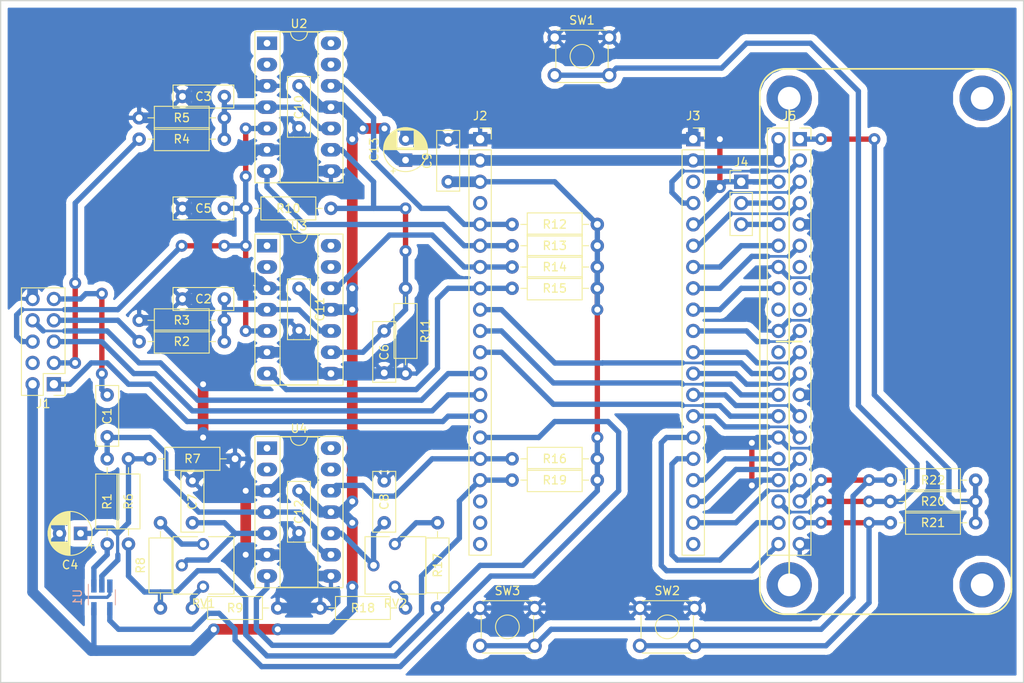
<source format=kicad_pcb>
(kicad_pcb (version 20171130) (host pcbnew 5.0.1-33cea8e~68~ubuntu16.04.1)
  (layers (0 F.Cu signal) (31 B.Cu signal) (34 B.Paste user) (35 F.Paste user) (36 B.SilkS user) (37 F.SilkS user) (38 B.Mask user) (39 F.Mask user) (44 Edge.Cuts user))
  (net 0 "")
  (net 1 "Net-(C1-Pad1)")
  (net 2 "Net-(C1-Pad2)")
  (net 3 GND)
  (net 4 "Net-(C2-Pad1)")
  (net 5 "Net-(C3-Pad1)")
  (net 6 "Net-(C4-Pad1)")
  (net 7 /CB)
  (net 8 "Net-(C6-Pad1)")
  (net 9 "Net-(C7-Pad1)")
  (net 10 "Net-(C8-Pad1)")
  (net 11 +3V3)
  (net 12 VCC)
  (net 13 CSS)
  (net 14 /PA)
  (net 15 FS_N)
  (net 16 /PB)
  (net 17 HS_N)
  (net 18 CLAMP)
  (net 19 SYNC)
  (net 20 Y)
  (net 21 BL)
  (net 22 BH)
  (net 23 gpio1)
  (net 24 gpio7)
  (net 25 gpio8)
  (net 26 AL)
  (net 27 AH)
  (net 28 gpio2)
  (net 29 gpio3)
  (net 30 gpio4)
  (net 31 gpio17)
  (net 32 gpio18)
  (net 33 gpio23)
  (net 34 gpio10)
  (net 35 gpio9)
  (net 36 gpio11)
  (net 37 gpio0)
  (net 38 gpio5)
  (net 39 gpio21)
  (net 40 gpio20)
  (net 41 gpio12)
  (net 42 gpio6)
  (net 43 gpio13)
  (net 44 "Net-(J4-Pad2)")
  (net 45 "Net-(J4-Pad3)")
  (net 46 +3.3VP)
  (net 47 gpio19)
  (net 48 gpio16)
  (net 49 gpio26)
  (net 50 "Net-(R1-Pad2)")
  (net 51 "Net-(R8-Pad2)")
  (net 52 "Net-(R9-Pad1)")
  (net 53 "Net-(R17-Pad2)")
  (net 54 "Net-(R18-Pad1)")
  (module Capacitor_THT:C_Rect_L7.0mm_W2.5mm_P5.00mm (layer F.Cu) (at 133.35 119.38 270)
    (fp_text reference C1 (at 2.54 0 270) (layer F.SilkS))
    (fp_text value 100n)
    (pad 1 thru_hole circle (at 0 0 270) (size 1.6 1.6) (drill 0.8) (layers *.Cu *.Mask) (net 1 "Net-(C1-Pad1)"))
    (pad 2 thru_hole circle (at 5 0 270) (size 1.6 1.6) (drill 0.8) (layers *.Cu *.Mask) (net 2 "Net-(C1-Pad2)"))
  )
  (module Capacitor_THT:C_Rect_L7.0mm_W2.5mm_P5.00mm (layer F.Cu) (at 147.32 107.95 180)
    (fp_text reference C2 (at 2.5 0 180) (layer F.SilkS))
    (fp_text value 27p)
    (pad 2 thru_hole circle (at 5 0 180) (size 1.6 1.6) (drill 0.8) (layers *.Cu *.Mask) (net 3 GND))
    (pad 1 thru_hole circle (at 0 0 180) (size 1.6 1.6) (drill 0.8) (layers *.Cu *.Mask) (net 4 "Net-(C2-Pad1)"))
  )
  (module Capacitor_THT:C_Rect_L7.0mm_W2.5mm_P5.00mm (layer F.Cu) (at 147.32 83.82 180)
    (fp_text reference C3 (at 2.5 0 180) (layer F.SilkS))
    (fp_text value 27p)
    (pad 1 thru_hole circle (at 0 0 180) (size 1.6 1.6) (drill 0.8) (layers *.Cu *.Mask) (net 5 "Net-(C3-Pad1)"))
    (pad 2 thru_hole circle (at 5 0 180) (size 1.6 1.6) (drill 0.8) (layers *.Cu *.Mask) (net 3 GND))
  )
  (module Capacitor_THT:CP_Radial_D5.0mm_P2.50mm (layer F.Cu) (at 130.175 135.89 180)
    (fp_text reference C4 (at 1.25 -3.75 180) (layer F.SilkS))
    (fp_text value 10u)
    (pad 1 thru_hole rect (at 0 0 180) (size 1.6 1.6) (drill 0.8) (layers *.Cu *.Mask) (net 6 "Net-(C4-Pad1)"))
    (pad 2 thru_hole circle (at 2.5 0 180) (size 1.6 1.6) (drill 0.8) (layers *.Cu *.Mask) (net 3 GND))
  )
  (module Capacitor_THT:C_Rect_L7.0mm_W2.5mm_P5.00mm (layer F.Cu) (at 147.32 97.155 180)
    (fp_text reference C5 (at 2.5 0 180) (layer F.SilkS))
    (fp_text value 47n)
    (pad 2 thru_hole circle (at 5 0 180) (size 1.6 1.6) (drill 0.8) (layers *.Cu *.Mask) (net 3 GND))
    (pad 1 thru_hole circle (at 0 0 180) (size 1.6 1.6) (drill 0.8) (layers *.Cu *.Mask) (net 7 /CB))
  )
  (module Capacitor_THT:C_Rect_L7.0mm_W2.5mm_P5.00mm (layer F.Cu) (at 166.37 111.76 270)
    (fp_text reference C6 (at 2.54 0 270) (layer F.SilkS))
    (fp_text value 47n)
    (pad 1 thru_hole circle (at 0 0 270) (size 1.6 1.6) (drill 0.8) (layers *.Cu *.Mask) (net 8 "Net-(C6-Pad1)"))
    (pad 2 thru_hole circle (at 5 0 270) (size 1.6 1.6) (drill 0.8) (layers *.Cu *.Mask) (net 3 GND))
  )
  (module Capacitor_THT:C_Rect_L7.0mm_W2.5mm_P5.00mm (layer F.Cu) (at 143.51 134.62 90)
    (fp_text reference C7 (at 2.5 0 90) (layer F.SilkS))
    (fp_text value 100n)
    (pad 1 thru_hole circle (at 0 0 90) (size 1.6 1.6) (drill 0.8) (layers *.Cu *.Mask) (net 9 "Net-(C7-Pad1)"))
    (pad 2 thru_hole circle (at 5 0 90) (size 1.6 1.6) (drill 0.8) (layers *.Cu *.Mask) (net 3 GND))
  )
  (module Capacitor_THT:C_Rect_L7.0mm_W2.5mm_P5.00mm (layer F.Cu) (at 166.37 134.62 90)
    (fp_text reference C8 (at 2.5 0 90) (layer F.SilkS))
    (fp_text value 100n)
    (pad 1 thru_hole circle (at 0 0 90) (size 1.6 1.6) (drill 0.8) (layers *.Cu *.Mask) (net 10 "Net-(C8-Pad1)"))
    (pad 2 thru_hole circle (at 5 0 90) (size 1.6 1.6) (drill 0.8) (layers *.Cu *.Mask) (net 3 GND))
  )
  (module Capacitor_THT:C_Rect_L7.0mm_W2.5mm_P5.00mm (layer F.Cu) (at 173.99 93.98 90)
    (fp_text reference C9 (at 2.5 -2.5 90) (layer F.SilkS))
    (fp_text value 100n)
    (pad 2 thru_hole circle (at 5 0 90) (size 1.6 1.6) (drill 0.8) (layers *.Cu *.Mask) (net 3 GND))
    (pad 1 thru_hole circle (at 0 0 90) (size 1.6 1.6) (drill 0.8) (layers *.Cu *.Mask) (net 11 +3V3))
  )
  (module Capacitor_THT:C_Rect_L7.0mm_W2.5mm_P5.00mm (layer F.Cu) (at 156.21 82.55 270)
    (fp_text reference C10 (at 2.54 0 270) (layer F.SilkS))
    (fp_text value 100n)
    (pad 1 thru_hole circle (at 0 0 270) (size 1.6 1.6) (drill 0.8) (layers *.Cu *.Mask) (net 12 VCC))
    (pad 2 thru_hole circle (at 5 0 270) (size 1.6 1.6) (drill 0.8) (layers *.Cu *.Mask) (net 3 GND))
  )
  (module Capacitor_THT:C_Rect_L7.0mm_W2.5mm_P5.00mm (layer F.Cu) (at 156.21 106.68 270)
    (fp_text reference C11 (at 2.5 -2.5 270) (layer F.SilkS))
    (fp_text value 100n)
    (pad 2 thru_hole circle (at 5 0 270) (size 1.6 1.6) (drill 0.8) (layers *.Cu *.Mask) (net 3 GND))
    (pad 1 thru_hole circle (at 0 0 270) (size 1.6 1.6) (drill 0.8) (layers *.Cu *.Mask) (net 12 VCC))
  )
  (module Capacitor_THT:C_Rect_L7.0mm_W2.5mm_P5.00mm (layer F.Cu) (at 156.21 130.81 270)
    (fp_text reference C12 (at 2.5 0 270) (layer F.SilkS))
    (fp_text value 100n)
    (pad 2 thru_hole circle (at 5 0 270) (size 1.6 1.6) (drill 0.8) (layers *.Cu *.Mask) (net 3 GND))
    (pad 1 thru_hole circle (at 0 0 270) (size 1.6 1.6) (drill 0.8) (layers *.Cu *.Mask) (net 12 VCC))
  )
  (module Connector_PinSocket_2.54mm:PinSocket_1x20_P2.54mm_Vertical (layer F.Cu) (at 177.8 88.9)
    (fp_text reference J2 (at 0 -2.77) (layer F.SilkS))
    (fp_text value Conn_01x20)
    (pad 20 thru_hole oval (at 0 48.26) (size 1.7 1.7) (drill 1) (layers *.Cu *.Mask))
    (pad 19 thru_hole oval (at 0 45.72) (size 1.7 1.7) (drill 1) (layers *.Cu *.Mask))
    (pad 18 thru_hole oval (at 0 43.18) (size 1.7 1.7) (drill 1) (layers *.Cu *.Mask))
    (pad 17 thru_hole oval (at 0 40.64) (size 1.7 1.7) (drill 1) (layers *.Cu *.Mask) (net 19 SYNC))
    (pad 16 thru_hole oval (at 0 38.1) (size 1.7 1.7) (drill 1) (layers *.Cu *.Mask) (net 20 Y))
    (pad 15 thru_hole oval (at 0 35.56) (size 1.7 1.7) (drill 1) (layers *.Cu *.Mask) (net 18 CLAMP))
    (pad 14 thru_hole oval (at 0 33.02) (size 1.7 1.7) (drill 1) (layers *.Cu *.Mask) (net 13 CSS))
    (pad 13 thru_hole oval (at 0 30.48) (size 1.7 1.7) (drill 1) (layers *.Cu *.Mask) (net 15 FS_N))
    (pad 12 thru_hole oval (at 0 27.94) (size 1.7 1.7) (drill 1) (layers *.Cu *.Mask) (net 17 HS_N))
    (pad 11 thru_hole oval (at 0 25.4) (size 1.7 1.7) (drill 1) (layers *.Cu *.Mask) (net 23 gpio1))
    (pad 10 thru_hole oval (at 0 22.86) (size 1.7 1.7) (drill 1) (layers *.Cu *.Mask) (net 24 gpio7))
    (pad 9 thru_hole oval (at 0 20.32) (size 1.7 1.7) (drill 1) (layers *.Cu *.Mask) (net 25 gpio8))
    (pad 8 thru_hole oval (at 0 17.78) (size 1.7 1.7) (drill 1) (layers *.Cu *.Mask) (net 21 BL))
    (pad 7 thru_hole oval (at 0 15.24) (size 1.7 1.7) (drill 1) (layers *.Cu *.Mask) (net 22 BH))
    (pad 6 thru_hole oval (at 0 12.7) (size 1.7 1.7) (drill 1) (layers *.Cu *.Mask) (net 26 AL))
    (pad 5 thru_hole oval (at 0 10.16) (size 1.7 1.7) (drill 1) (layers *.Cu *.Mask) (net 27 AH))
    (pad 4 thru_hole oval (at 0 7.62) (size 1.7 1.7) (drill 1) (layers *.Cu *.Mask))
    (pad 3 thru_hole oval (at 0 5.08) (size 1.7 1.7) (drill 1) (layers *.Cu *.Mask) (net 11 +3V3))
    (pad 2 thru_hole oval (at 0 2.54) (size 1.7 1.7) (drill 1) (layers *.Cu *.Mask) (net 12 VCC))
    (pad 1 thru_hole rect (at 0 0) (size 1.7 1.7) (drill 1) (layers *.Cu *.Mask) (net 3 GND))
  )
  (module Connector_PinSocket_2.54mm:PinSocket_1x20_P2.54mm_Vertical (layer F.Cu) (at 203.2 88.9)
    (fp_text reference J3 (at 0 -2.77) (layer F.SilkS))
    (fp_text value Conn_01x20)
    (pad 1 thru_hole rect (at 0 0) (size 1.7 1.7) (drill 1) (layers *.Cu *.Mask) (net 3 GND))
    (pad 2 thru_hole oval (at 0 2.54) (size 1.7 1.7) (drill 1) (layers *.Cu *.Mask) (net 12 VCC))
    (pad 3 thru_hole oval (at 0 5.08) (size 1.7 1.7) (drill 1) (layers *.Cu *.Mask))
    (pad 4 thru_hole oval (at 0 7.62) (size 1.7 1.7) (drill 1) (layers *.Cu *.Mask) (net 28 gpio2))
    (pad 5 thru_hole oval (at 0 10.16) (size 1.7 1.7) (drill 1) (layers *.Cu *.Mask) (net 29 gpio3))
    (pad 6 thru_hole oval (at 0 12.7) (size 1.7 1.7) (drill 1) (layers *.Cu *.Mask) (net 30 gpio4))
    (pad 7 thru_hole oval (at 0 15.24) (size 1.7 1.7) (drill 1) (layers *.Cu *.Mask) (net 32 gpio18))
    (pad 8 thru_hole oval (at 0 17.78) (size 1.7 1.7) (drill 1) (layers *.Cu *.Mask) (net 31 gpio17))
    (pad 9 thru_hole oval (at 0 20.32) (size 1.7 1.7) (drill 1) (layers *.Cu *.Mask) (net 33 gpio23))
    (pad 10 thru_hole oval (at 0 22.86) (size 1.7 1.7) (drill 1) (layers *.Cu *.Mask) (net 34 gpio10))
    (pad 11 thru_hole oval (at 0 25.4) (size 1.7 1.7) (drill 1) (layers *.Cu *.Mask) (net 35 gpio9))
    (pad 12 thru_hole oval (at 0 27.94) (size 1.7 1.7) (drill 1) (layers *.Cu *.Mask) (net 36 gpio11))
    (pad 13 thru_hole oval (at 0 30.48) (size 1.7 1.7) (drill 1) (layers *.Cu *.Mask) (net 37 gpio0))
    (pad 14 thru_hole oval (at 0 33.02) (size 1.7 1.7) (drill 1) (layers *.Cu *.Mask) (net 38 gpio5))
    (pad 15 thru_hole oval (at 0 35.56) (size 1.7 1.7) (drill 1) (layers *.Cu *.Mask) (net 39 gpio21))
    (pad 16 thru_hole oval (at 0 38.1) (size 1.7 1.7) (drill 1) (layers *.Cu *.Mask) (net 40 gpio20))
    (pad 17 thru_hole oval (at 0 40.64) (size 1.7 1.7) (drill 1) (layers *.Cu *.Mask) (net 41 gpio12))
    (pad 18 thru_hole oval (at 0 43.18) (size 1.7 1.7) (drill 1) (layers *.Cu *.Mask) (net 42 gpio6))
    (pad 19 thru_hole oval (at 0 45.72) (size 1.7 1.7) (drill 1) (layers *.Cu *.Mask) (net 43 gpio13))
    (pad 20 thru_hole oval (at 0 48.26) (size 1.7 1.7) (drill 1) (layers *.Cu *.Mask))
  )
  (module Connector_PinHeader_2.54mm:PinHeader_1x03_P2.54mm_Vertical (layer F.Cu) (at 208.915 93.98)
    (fp_text reference J4 (at 0 -2.33) (layer F.SilkS))
    (fp_text value Conn_01x03)
    (pad 1 thru_hole rect (at 0 0) (size 1.7 1.7) (drill 1) (layers *.Cu *.Mask) (net 3 GND))
    (pad 2 thru_hole oval (at 0 2.54) (size 1.7 1.7) (drill 1) (layers *.Cu *.Mask) (net 44 "Net-(J4-Pad2)"))
    (pad 3 thru_hole oval (at 0 5.08) (size 1.7 1.7) (drill 1) (layers *.Cu *.Mask) (net 45 "Net-(J4-Pad3)"))
  )
  (module Connector_PinSocket_2.54mm:PinSocket_2x20_P2.54mm_Vertical (layer F.Cu) (at 215.9 88.9)
    (fp_text reference J5 (at -1.27 -2.77) (layer F.SilkS))
    (fp_text value Conn_02x20_Odd_Even)
    (pad 1 thru_hole rect (at 0 0) (size 1.7 1.7) (drill 1) (layers *.Cu *.Mask) (net 46 +3.3VP))
    (pad 2 thru_hole oval (at -2.54 0) (size 1.7 1.7) (drill 1) (layers *.Cu *.Mask) (net 12 VCC))
    (pad 3 thru_hole oval (at 0 2.54) (size 1.7 1.7) (drill 1) (layers *.Cu *.Mask) (net 28 gpio2))
    (pad 4 thru_hole oval (at -2.54 2.54) (size 1.7 1.7) (drill 1) (layers *.Cu *.Mask) (net 12 VCC))
    (pad 5 thru_hole oval (at 0 5.08) (size 1.7 1.7) (drill 1) (layers *.Cu *.Mask) (net 29 gpio3))
    (pad 6 thru_hole oval (at -2.54 5.08) (size 1.7 1.7) (drill 1) (layers *.Cu *.Mask) (net 3 GND))
    (pad 7 thru_hole oval (at 0 7.62) (size 1.7 1.7) (drill 1) (layers *.Cu *.Mask) (net 30 gpio4))
    (pad 8 thru_hole oval (at -2.54 7.62) (size 1.7 1.7) (drill 1) (layers *.Cu *.Mask) (net 44 "Net-(J4-Pad2)"))
    (pad 9 thru_hole oval (at 0 10.16) (size 1.7 1.7) (drill 1) (layers *.Cu *.Mask) (net 3 GND))
    (pad 10 thru_hole oval (at -2.54 10.16) (size 1.7 1.7) (drill 1) (layers *.Cu *.Mask) (net 45 "Net-(J4-Pad3)"))
    (pad 11 thru_hole oval (at 0 12.7) (size 1.7 1.7) (drill 1) (layers *.Cu *.Mask) (net 31 gpio17))
    (pad 12 thru_hole oval (at -2.54 12.7) (size 1.7 1.7) (drill 1) (layers *.Cu *.Mask) (net 32 gpio18))
    (pad 13 thru_hole oval (at 0 15.24) (size 1.7 1.7) (drill 1) (layers *.Cu *.Mask))
    (pad 14 thru_hole oval (at -2.54 15.24) (size 1.7 1.7) (drill 1) (layers *.Cu *.Mask) (net 3 GND))
    (pad 15 thru_hole oval (at 0 17.78) (size 1.7 1.7) (drill 1) (layers *.Cu *.Mask))
    (pad 16 thru_hole oval (at -2.54 17.78) (size 1.7 1.7) (drill 1) (layers *.Cu *.Mask) (net 33 gpio23))
    (pad 17 thru_hole oval (at 0 20.32) (size 1.7 1.7) (drill 1) (layers *.Cu *.Mask))
    (pad 18 thru_hole oval (at -2.54 20.32) (size 1.7 1.7) (drill 1) (layers *.Cu *.Mask))
    (pad 19 thru_hole oval (at 0 22.86) (size 1.7 1.7) (drill 1) (layers *.Cu *.Mask) (net 34 gpio10))
    (pad 20 thru_hole oval (at -2.54 22.86) (size 1.7 1.7) (drill 1) (layers *.Cu *.Mask) (net 3 GND))
    (pad 21 thru_hole oval (at 0 25.4) (size 1.7 1.7) (drill 1) (layers *.Cu *.Mask) (net 35 gpio9))
    (pad 22 thru_hole oval (at -2.54 25.4) (size 1.7 1.7) (drill 1) (layers *.Cu *.Mask))
    (pad 23 thru_hole oval (at 0 27.94) (size 1.7 1.7) (drill 1) (layers *.Cu *.Mask) (net 36 gpio11))
    (pad 24 thru_hole oval (at -2.54 27.94) (size 1.7 1.7) (drill 1) (layers *.Cu *.Mask) (net 25 gpio8))
    (pad 25 thru_hole oval (at 0 30.48) (size 1.7 1.7) (drill 1) (layers *.Cu *.Mask) (net 3 GND))
    (pad 26 thru_hole oval (at -2.54 30.48) (size 1.7 1.7) (drill 1) (layers *.Cu *.Mask) (net 24 gpio7))
    (pad 27 thru_hole oval (at 0 33.02) (size 1.7 1.7) (drill 1) (layers *.Cu *.Mask) (net 37 gpio0))
    (pad 28 thru_hole oval (at -2.54 33.02) (size 1.7 1.7) (drill 1) (layers *.Cu *.Mask) (net 23 gpio1))
    (pad 29 thru_hole oval (at 0 35.56) (size 1.7 1.7) (drill 1) (layers *.Cu *.Mask) (net 38 gpio5))
    (pad 30 thru_hole oval (at -2.54 35.56) (size 1.7 1.7) (drill 1) (layers *.Cu *.Mask) (net 3 GND))
    (pad 31 thru_hole oval (at 0 38.1) (size 1.7 1.7) (drill 1) (layers *.Cu *.Mask) (net 42 gpio6))
    (pad 32 thru_hole oval (at -2.54 38.1) (size 1.7 1.7) (drill 1) (layers *.Cu *.Mask) (net 41 gpio12))
    (pad 33 thru_hole oval (at 0 40.64) (size 1.7 1.7) (drill 1) (layers *.Cu *.Mask) (net 43 gpio13))
    (pad 34 thru_hole oval (at -2.54 40.64) (size 1.7 1.7) (drill 1) (layers *.Cu *.Mask) (net 3 GND))
    (pad 35 thru_hole oval (at 0 43.18) (size 1.7 1.7) (drill 1) (layers *.Cu *.Mask) (net 47 gpio19))
    (pad 36 thru_hole oval (at -2.54 43.18) (size 1.7 1.7) (drill 1) (layers *.Cu *.Mask) (net 48 gpio16))
    (pad 37 thru_hole oval (at 0 45.72) (size 1.7 1.7) (drill 1) (layers *.Cu *.Mask) (net 49 gpio26))
    (pad 38 thru_hole oval (at -2.54 45.72) (size 1.7 1.7) (drill 1) (layers *.Cu *.Mask) (net 40 gpio20))
    (pad 39 thru_hole oval (at 0 48.26) (size 1.7 1.7) (drill 1) (layers *.Cu *.Mask) (net 3 GND))
    (pad 40 thru_hole oval (at -2.54 48.26) (size 1.7 1.7) (drill 1) (layers *.Cu *.Mask) (net 39 gpio21))
  )
  (module Resistor_THT:R_Axial_DIN0207_L6.3mm_D2.5mm_P10.16mm_Horizontal (layer F.Cu) (at 133.35 127 270)
    (fp_text reference R1 (at 5.08 0 270) (layer F.SilkS))
    (fp_text value 100R)
    (pad 2 thru_hole oval (at 10.16 0 270) (size 1.6 1.6) (drill 0.8) (layers *.Cu *.Mask) (net 50 "Net-(R1-Pad2)"))
    (pad 1 thru_hole circle (at 0 0 270) (size 1.6 1.6) (drill 0.8) (layers *.Cu *.Mask) (net 2 "Net-(C1-Pad2)"))
  )
  (module Resistor_THT:R_Axial_DIN0207_L6.3mm_D2.5mm_P10.16mm_Horizontal (layer F.Cu) (at 137.16 113.03)
    (fp_text reference R2 (at 5.08 0) (layer F.SilkS))
    (fp_text value 1K1)
    (pad 1 thru_hole circle (at 0 0) (size 1.6 1.6) (drill 0.8) (layers *.Cu *.Mask) (net 16 /PB))
    (pad 2 thru_hole oval (at 10.16 0) (size 1.6 1.6) (drill 0.8) (layers *.Cu *.Mask) (net 4 "Net-(C2-Pad1)"))
  )
  (module Resistor_THT:R_Axial_DIN0207_L6.3mm_D2.5mm_P10.16mm_Horizontal (layer F.Cu) (at 147.32 110.49 180)
    (fp_text reference R3 (at 5.08 0 180) (layer F.SilkS))
    (fp_text value 7K5)
    (pad 2 thru_hole oval (at 10.16 0 180) (size 1.6 1.6) (drill 0.8) (layers *.Cu *.Mask) (net 3 GND))
    (pad 1 thru_hole circle (at 0 0 180) (size 1.6 1.6) (drill 0.8) (layers *.Cu *.Mask) (net 4 "Net-(C2-Pad1)"))
  )
  (module Resistor_THT:R_Axial_DIN0207_L6.3mm_D2.5mm_P10.16mm_Horizontal (layer F.Cu) (at 137.16 88.9)
    (fp_text reference R4 (at 5.08 0) (layer F.SilkS))
    (fp_text value 1K1)
    (pad 1 thru_hole circle (at 0 0) (size 1.6 1.6) (drill 0.8) (layers *.Cu *.Mask) (net 14 /PA))
    (pad 2 thru_hole oval (at 10.16 0) (size 1.6 1.6) (drill 0.8) (layers *.Cu *.Mask) (net 5 "Net-(C3-Pad1)"))
  )
  (module Resistor_THT:R_Axial_DIN0207_L6.3mm_D2.5mm_P10.16mm_Horizontal (layer F.Cu) (at 147.32 86.36 180)
    (fp_text reference R5 (at 5.08 0 180) (layer F.SilkS))
    (fp_text value 7K5)
    (pad 2 thru_hole oval (at 10.16 0 180) (size 1.6 1.6) (drill 0.8) (layers *.Cu *.Mask) (net 3 GND))
    (pad 1 thru_hole circle (at 0 0 180) (size 1.6 1.6) (drill 0.8) (layers *.Cu *.Mask) (net 5 "Net-(C3-Pad1)"))
  )
  (module Resistor_THT:R_Axial_DIN0207_L6.3mm_D2.5mm_P10.16mm_Horizontal (layer F.Cu) (at 135.89 137.16 90)
    (fp_text reference R6 (at 5.08 0 90) (layer F.SilkS))
    (fp_text value 1K)
    (pad 2 thru_hole oval (at 10.16 0 90) (size 1.6 1.6) (drill 0.8) (layers *.Cu *.Mask) (net 6 "Net-(C4-Pad1)"))
    (pad 1 thru_hole circle (at 0 0 90) (size 1.6 1.6) (drill 0.8) (layers *.Cu *.Mask) (net 11 +3V3))
  )
  (module Resistor_THT:R_Axial_DIN0207_L6.3mm_D2.5mm_P10.16mm_Horizontal (layer F.Cu) (at 138.43 127)
    (fp_text reference R7 (at 5.08 0) (layer F.SilkS))
    (fp_text value 430R)
    (pad 1 thru_hole circle (at 0 0) (size 1.6 1.6) (drill 0.8) (layers *.Cu *.Mask) (net 6 "Net-(C4-Pad1)"))
    (pad 2 thru_hole oval (at 10.16 0) (size 1.6 1.6) (drill 0.8) (layers *.Cu *.Mask) (net 3 GND))
  )
  (module Resistor_THT:R_Axial_DIN0207_L6.3mm_D2.5mm_P10.16mm_Horizontal (layer F.Cu) (at 139.7 144.78 90)
    (fp_text reference R8 (at 5.08 -2.37 90) (layer F.SilkS))
    (fp_text value 470R)
    (pad 1 thru_hole circle (at 0 0 90) (size 1.6 1.6) (drill 0.8) (layers *.Cu *.Mask) (net 11 +3V3))
    (pad 2 thru_hole oval (at 10.16 0 90) (size 1.6 1.6) (drill 0.8) (layers *.Cu *.Mask) (net 51 "Net-(R8-Pad2)"))
  )
  (module Resistor_THT:R_Axial_DIN0207_L6.3mm_D2.5mm_P10.16mm_Horizontal (layer F.Cu) (at 143.51 144.78)
    (fp_text reference R9 (at 5.08 0) (layer F.SilkS))
    (fp_text value 470R)
    (pad 1 thru_hole circle (at 0 0) (size 1.6 1.6) (drill 0.8) (layers *.Cu *.Mask) (net 52 "Net-(R9-Pad1)"))
    (pad 2 thru_hole oval (at 10.16 0) (size 1.6 1.6) (drill 0.8) (layers *.Cu *.Mask) (net 3 GND))
  )
  (module Resistor_THT:R_Axial_DIN0207_L6.3mm_D2.5mm_P10.16mm_Horizontal (layer F.Cu) (at 149.86 97.155)
    (fp_text reference R10 (at 5.08 0) (layer F.SilkS))
    (fp_text value 5K6)
    (pad 1 thru_hole circle (at 0 0) (size 1.6 1.6) (drill 0.8) (layers *.Cu *.Mask) (net 7 /CB))
    (pad 2 thru_hole oval (at 10.16 0) (size 1.6 1.6) (drill 0.8) (layers *.Cu *.Mask) (net 8 "Net-(C6-Pad1)"))
  )
  (module Resistor_THT:R_Axial_DIN0207_L6.3mm_D2.5mm_P10.16mm_Horizontal (layer F.Cu) (at 168.91 106.68 270)
    (fp_text reference R11 (at 5.08 -2.37 270) (layer F.SilkS))
    (fp_text value 12K)
    (pad 2 thru_hole oval (at 10.16 0 270) (size 1.6 1.6) (drill 0.8) (layers *.Cu *.Mask) (net 3 GND))
    (pad 1 thru_hole circle (at 0 0 270) (size 1.6 1.6) (drill 0.8) (layers *.Cu *.Mask) (net 8 "Net-(C6-Pad1)"))
  )
  (module Resistor_THT:R_Axial_DIN0207_L6.3mm_D2.5mm_P10.16mm_Horizontal (layer F.Cu) (at 191.77 99.06 180)
    (fp_text reference R12 (at 5.08 0 180) (layer F.SilkS))
    (fp_text value 470R)
    (pad 2 thru_hole oval (at 10.16 0 180) (size 1.6 1.6) (drill 0.8) (layers *.Cu *.Mask) (net 27 AH))
    (pad 1 thru_hole circle (at 0 0 180) (size 1.6 1.6) (drill 0.8) (layers *.Cu *.Mask) (net 11 +3V3))
  )
  (module Resistor_THT:R_Axial_DIN0207_L6.3mm_D2.5mm_P10.16mm_Horizontal (layer F.Cu) (at 191.77 101.6 180)
    (fp_text reference R13 (at 5.08 0 180) (layer F.SilkS))
    (fp_text value 470R)
    (pad 1 thru_hole circle (at 0 0 180) (size 1.6 1.6) (drill 0.8) (layers *.Cu *.Mask) (net 11 +3V3))
    (pad 2 thru_hole oval (at 10.16 0 180) (size 1.6 1.6) (drill 0.8) (layers *.Cu *.Mask) (net 26 AL))
  )
  (module Resistor_THT:R_Axial_DIN0207_L6.3mm_D2.5mm_P10.16mm_Horizontal (layer F.Cu) (at 191.77 104.14 180)
    (fp_text reference R14 (at 5.08 0 180) (layer F.SilkS))
    (fp_text value 470R)
    (pad 2 thru_hole oval (at 10.16 0 180) (size 1.6 1.6) (drill 0.8) (layers *.Cu *.Mask) (net 22 BH))
    (pad 1 thru_hole circle (at 0 0 180) (size 1.6 1.6) (drill 0.8) (layers *.Cu *.Mask) (net 11 +3V3))
  )
  (module Resistor_THT:R_Axial_DIN0207_L6.3mm_D2.5mm_P10.16mm_Horizontal (layer F.Cu) (at 191.77 106.68 180)
    (fp_text reference R15 (at 5.08 0 180) (layer F.SilkS))
    (fp_text value 470R)
    (pad 1 thru_hole circle (at 0 0 180) (size 1.6 1.6) (drill 0.8) (layers *.Cu *.Mask) (net 11 +3V3))
    (pad 2 thru_hole oval (at 10.16 0 180) (size 1.6 1.6) (drill 0.8) (layers *.Cu *.Mask) (net 21 BL))
  )
  (module Resistor_THT:R_Axial_DIN0207_L6.3mm_D2.5mm_P10.16mm_Horizontal (layer F.Cu) (at 191.77 127 180)
    (fp_text reference R16 (at 5.08 0 180) (layer F.SilkS))
    (fp_text value 470R)
    (pad 2 thru_hole oval (at 10.16 0 180) (size 1.6 1.6) (drill 0.8) (layers *.Cu *.Mask) (net 20 Y))
    (pad 1 thru_hole circle (at 0 0 180) (size 1.6 1.6) (drill 0.8) (layers *.Cu *.Mask) (net 11 +3V3))
  )
  (module Resistor_THT:R_Axial_DIN0207_L6.3mm_D2.5mm_P10.16mm_Horizontal (layer F.Cu) (at 172.72 144.78 90)
    (fp_text reference R17 (at 5.08 0.024999 90) (layer F.SilkS))
    (fp_text value 470R)
    (pad 2 thru_hole oval (at 10.16 0 90) (size 1.6 1.6) (drill 0.8) (layers *.Cu *.Mask) (net 53 "Net-(R17-Pad2)"))
    (pad 1 thru_hole circle (at 0 0 90) (size 1.6 1.6) (drill 0.8) (layers *.Cu *.Mask) (net 11 +3V3))
  )
  (module Resistor_THT:R_Axial_DIN0207_L6.3mm_D2.5mm_P10.16mm_Horizontal (layer F.Cu) (at 168.91 144.78 180)
    (fp_text reference R18 (at 5.08 0 180) (layer F.SilkS))
    (fp_text value 470R)
    (pad 1 thru_hole circle (at 0 0 180) (size 1.6 1.6) (drill 0.8) (layers *.Cu *.Mask) (net 54 "Net-(R18-Pad1)"))
    (pad 2 thru_hole oval (at 10.16 0 180) (size 1.6 1.6) (drill 0.8) (layers *.Cu *.Mask) (net 3 GND))
  )
  (module Resistor_THT:R_Axial_DIN0207_L6.3mm_D2.5mm_P10.16mm_Horizontal (layer F.Cu) (at 191.77 129.54 180)
    (fp_text reference R19 (at 5.08 0 180) (layer F.SilkS))
    (fp_text value 470R)
    (pad 2 thru_hole oval (at 10.16 0 180) (size 1.6 1.6) (drill 0.8) (layers *.Cu *.Mask) (net 19 SYNC))
    (pad 1 thru_hole circle (at 0 0 180) (size 1.6 1.6) (drill 0.8) (layers *.Cu *.Mask) (net 11 +3V3))
  )
  (module Resistor_THT:R_Axial_DIN0207_L6.3mm_D2.5mm_P10.16mm_Horizontal (layer F.Cu) (at 236.855 132.08 180)
    (fp_text reference R20 (at 5.08 0 180) (layer F.SilkS))
    (fp_text value 10K)
    (pad 1 thru_hole circle (at 0 0 180) (size 1.6 1.6) (drill 0.8) (layers *.Cu *.Mask) (net 46 +3.3VP))
    (pad 2 thru_hole oval (at 10.16 0 180) (size 1.6 1.6) (drill 0.8) (layers *.Cu *.Mask) (net 48 gpio16))
  )
  (module Resistor_THT:R_Axial_DIN0207_L6.3mm_D2.5mm_P10.16mm_Horizontal (layer F.Cu) (at 236.855 134.62 180)
    (fp_text reference R21 (at 5.08 0 180) (layer F.SilkS))
    (fp_text value 10K)
    (pad 2 thru_hole oval (at 10.16 0 180) (size 1.6 1.6) (drill 0.8) (layers *.Cu *.Mask) (net 49 gpio26))
    (pad 1 thru_hole circle (at 0 0 180) (size 1.6 1.6) (drill 0.8) (layers *.Cu *.Mask) (net 46 +3.3VP))
  )
  (module Resistor_THT:R_Axial_DIN0207_L6.3mm_D2.5mm_P10.16mm_Horizontal (layer F.Cu) (at 236.855 129.54 180)
    (fp_text reference R22 (at 5.08 0 180) (layer F.SilkS))
    (fp_text value 10K)
    (pad 1 thru_hole circle (at 0 0 180) (size 1.6 1.6) (drill 0.8) (layers *.Cu *.Mask) (net 46 +3.3VP))
    (pad 2 thru_hole oval (at 10.16 0 180) (size 1.6 1.6) (drill 0.8) (layers *.Cu *.Mask) (net 47 gpio19))
  )
  (module Potentiometer_THT:Potentiometer_Vishay_T73YP_Vertical (layer F.Cu) (at 144.78 137.16 180)
    (fp_text reference RV1 (at -0.06 -7.09 180) (layer F.SilkS))
    (fp_text value 1K0)
    (pad 3 thru_hole circle (at 0 -5.08 180) (size 1.44 1.44) (drill 0.8) (layers *.Cu *.Mask) (net 52 "Net-(R9-Pad1)"))
    (pad 2 thru_hole circle (at 2.54 -2.54 180) (size 1.44 1.44) (drill 0.8) (layers *.Cu *.Mask) (net 9 "Net-(C7-Pad1)"))
    (pad 1 thru_hole circle (at 0 0 180) (size 1.44 1.44) (drill 0.8) (layers *.Cu *.Mask) (net 51 "Net-(R8-Pad2)"))
  )
  (module Potentiometer_THT:Potentiometer_Vishay_T73YP_Vertical (layer F.Cu) (at 167.64 137.16 180)
    (fp_text reference RV2 (at -0.06 -7.09 180) (layer F.SilkS))
    (fp_text value 1K0)
    (pad 1 thru_hole circle (at 0 0 180) (size 1.44 1.44) (drill 0.8) (layers *.Cu *.Mask) (net 53 "Net-(R17-Pad2)"))
    (pad 2 thru_hole circle (at 2.54 -2.54 180) (size 1.44 1.44) (drill 0.8) (layers *.Cu *.Mask) (net 10 "Net-(C8-Pad1)"))
    (pad 3 thru_hole circle (at 0 -5.08 180) (size 1.44 1.44) (drill 0.8) (layers *.Cu *.Mask) (net 54 "Net-(R18-Pad1)"))
  )
  (module Button_Switch_THT:SW_TH_Tactile_Omron_B3F-10xx (layer F.Cu) (at 186.69 76.78)
    (fp_text reference SW1 (at 3.25 -2.05) (layer F.SilkS))
    (fp_text value SW_Push_Dual)
    (pad 4 thru_hole circle (at 6.5 4.5) (size 1.7 1.7) (drill 1) (layers *.Cu *.Mask) (net 48 gpio16))
    (pad 3 thru_hole circle (at 0 4.5) (size 1.7 1.7) (drill 1) (layers *.Cu *.Mask) (net 48 gpio16))
    (pad 2 thru_hole circle (at 6.5 0) (size 1.7 1.7) (drill 1) (layers *.Cu *.Mask) (net 3 GND))
    (pad 1 thru_hole circle (at 0 0) (size 1.7 1.7) (drill 1) (layers *.Cu *.Mask) (net 3 GND))
  )
  (module Button_Switch_THT:SW_TH_Tactile_Omron_B3F-10xx (layer F.Cu) (at 196.85 144.78)
    (fp_text reference SW2 (at 3.25 -2.05) (layer F.SilkS))
    (fp_text value SW_Push_Dual)
    (pad 1 thru_hole circle (at 0 0) (size 1.7 1.7) (drill 1) (layers *.Cu *.Mask) (net 3 GND))
    (pad 2 thru_hole circle (at 6.5 0) (size 1.7 1.7) (drill 1) (layers *.Cu *.Mask) (net 3 GND))
    (pad 3 thru_hole circle (at 0 4.5) (size 1.7 1.7) (drill 1) (layers *.Cu *.Mask) (net 49 gpio26))
    (pad 4 thru_hole circle (at 6.5 4.5) (size 1.7 1.7) (drill 1) (layers *.Cu *.Mask) (net 49 gpio26))
  )
  (module Button_Switch_THT:SW_TH_Tactile_Omron_B3F-10xx (layer F.Cu) (at 177.8 144.78)
    (fp_text reference SW3 (at 3.25 -2.05) (layer F.SilkS))
    (fp_text value SW_Push_Dual)
    (pad 4 thru_hole circle (at 6.5 4.5) (size 1.7 1.7) (drill 1) (layers *.Cu *.Mask) (net 47 gpio19))
    (pad 3 thru_hole circle (at 0 4.5) (size 1.7 1.7) (drill 1) (layers *.Cu *.Mask) (net 47 gpio19))
    (pad 2 thru_hole circle (at 6.5 0) (size 1.7 1.7) (drill 1) (layers *.Cu *.Mask) (net 3 GND))
    (pad 1 thru_hole circle (at 0 0) (size 1.7 1.7) (drill 1) (layers *.Cu *.Mask) (net 3 GND))
  )
  (module Package_TO_SOT_SMD:SOT-23-5_HandSoldering (layer B.Cu) (at 132.715 143.51 270)
    (fp_text reference U1 (at 0 2.9 270) (layer B.SilkS) (effects (justify mirror)))
    (fp_text value 74LVC1G66)
    (pad 1 smd rect (at -1.35 0.95 270) (size 1.56 0.65) (layers B.Cu B.Paste B.Mask) (net 50 "Net-(R1-Pad2)"))
    (pad 2 smd rect (at -1.35 0 270) (size 1.56 0.65) (layers B.Cu B.Paste B.Mask) (net 6 "Net-(C4-Pad1)"))
    (pad 3 smd rect (at -1.35 -0.95 270) (size 1.56 0.65) (layers B.Cu B.Paste B.Mask) (net 3 GND))
    (pad 4 smd rect (at 1.35 -0.95 270) (size 1.56 0.65) (layers B.Cu B.Paste B.Mask) (net 18 CLAMP))
    (pad 5 smd rect (at 1.35 0.95 270) (size 1.56 0.65) (layers B.Cu B.Paste B.Mask) (net 12 VCC))
  )
  (module Package_DIP:DIP-14_W7.62mm_Socket_LongPads (layer F.Cu) (at 152.4 77.47)
    (fp_text reference U2 (at 3.81 -2.33) (layer F.SilkS))
    (fp_text value LM319)
    (pad 14 thru_hole oval (at 7.62 0) (size 2.4 1.6) (drill 0.8) (layers *.Cu *.Mask))
    (pad 7 thru_hole oval (at 0 15.24) (size 2.4 1.6) (drill 0.8) (layers *.Cu *.Mask) (net 26 AL))
    (pad 13 thru_hole oval (at 7.62 2.54) (size 2.4 1.6) (drill 0.8) (layers *.Cu *.Mask))
    (pad 6 thru_hole oval (at 0 12.7) (size 2.4 1.6) (drill 0.8) (layers *.Cu *.Mask) (net 3 GND))
    (pad 12 thru_hole oval (at 7.62 5.08) (size 2.4 1.6) (drill 0.8) (layers *.Cu *.Mask) (net 27 AH))
    (pad 5 thru_hole oval (at 0 10.16) (size 2.4 1.6) (drill 0.8) (layers *.Cu *.Mask) (net 7 /CB))
    (pad 11 thru_hole oval (at 7.62 7.62) (size 2.4 1.6) (drill 0.8) (layers *.Cu *.Mask) (net 12 VCC))
    (pad 4 thru_hole oval (at 0 7.62) (size 2.4 1.6) (drill 0.8) (layers *.Cu *.Mask) (net 5 "Net-(C3-Pad1)"))
    (pad 10 thru_hole oval (at 7.62 10.16) (size 2.4 1.6) (drill 0.8) (layers *.Cu *.Mask) (net 5 "Net-(C3-Pad1)"))
    (pad 3 thru_hole oval (at 0 5.08) (size 2.4 1.6) (drill 0.8) (layers *.Cu *.Mask) (net 3 GND))
    (pad 9 thru_hole oval (at 7.62 12.7) (size 2.4 1.6) (drill 0.8) (layers *.Cu *.Mask) (net 8 "Net-(C6-Pad1)"))
    (pad 2 thru_hole oval (at 0 2.54) (size 2.4 1.6) (drill 0.8) (layers *.Cu *.Mask))
    (pad 8 thru_hole oval (at 7.62 15.24) (size 2.4 1.6) (drill 0.8) (layers *.Cu *.Mask) (net 3 GND))
    (pad 1 thru_hole rect (at 0 0) (size 2.4 1.6) (drill 0.8) (layers *.Cu *.Mask))
  )
  (module Package_DIP:DIP-14_W7.62mm_Socket_LongPads (layer F.Cu) (at 152.4 101.6)
    (fp_text reference U3 (at 3.81 -2.33) (layer F.SilkS))
    (fp_text value LM319)
    (pad 1 thru_hole rect (at 0 0) (size 2.4 1.6) (drill 0.8) (layers *.Cu *.Mask))
    (pad 8 thru_hole oval (at 7.62 15.24) (size 2.4 1.6) (drill 0.8) (layers *.Cu *.Mask) (net 3 GND))
    (pad 2 thru_hole oval (at 0 2.54) (size 2.4 1.6) (drill 0.8) (layers *.Cu *.Mask))
    (pad 9 thru_hole oval (at 7.62 12.7) (size 2.4 1.6) (drill 0.8) (layers *.Cu *.Mask) (net 8 "Net-(C6-Pad1)"))
    (pad 3 thru_hole oval (at 0 5.08) (size 2.4 1.6) (drill 0.8) (layers *.Cu *.Mask) (net 3 GND))
    (pad 10 thru_hole oval (at 7.62 10.16) (size 2.4 1.6) (drill 0.8) (layers *.Cu *.Mask) (net 4 "Net-(C2-Pad1)"))
    (pad 4 thru_hole oval (at 0 7.62) (size 2.4 1.6) (drill 0.8) (layers *.Cu *.Mask) (net 4 "Net-(C2-Pad1)"))
    (pad 11 thru_hole oval (at 7.62 7.62) (size 2.4 1.6) (drill 0.8) (layers *.Cu *.Mask) (net 12 VCC))
    (pad 5 thru_hole oval (at 0 10.16) (size 2.4 1.6) (drill 0.8) (layers *.Cu *.Mask) (net 7 /CB))
    (pad 12 thru_hole oval (at 7.62 5.08) (size 2.4 1.6) (drill 0.8) (layers *.Cu *.Mask) (net 22 BH))
    (pad 6 thru_hole oval (at 0 12.7) (size 2.4 1.6) (drill 0.8) (layers *.Cu *.Mask) (net 3 GND))
    (pad 13 thru_hole oval (at 7.62 2.54) (size 2.4 1.6) (drill 0.8) (layers *.Cu *.Mask))
    (pad 7 thru_hole oval (at 0 15.24) (size 2.4 1.6) (drill 0.8) (layers *.Cu *.Mask) (net 21 BL))
    (pad 14 thru_hole oval (at 7.62 0) (size 2.4 1.6) (drill 0.8) (layers *.Cu *.Mask))
  )
  (module Package_DIP:DIP-14_W7.62mm_Socket_LongPads (layer F.Cu) (at 152.4 125.73)
    (fp_text reference U4 (at 3.81 -2.33) (layer F.SilkS))
    (fp_text value LM319)
    (pad 1 thru_hole rect (at 0 0) (size 2.4 1.6) (drill 0.8) (layers *.Cu *.Mask))
    (pad 8 thru_hole oval (at 7.62 15.24) (size 2.4 1.6) (drill 0.8) (layers *.Cu *.Mask) (net 3 GND))
    (pad 2 thru_hole oval (at 0 2.54) (size 2.4 1.6) (drill 0.8) (layers *.Cu *.Mask))
    (pad 9 thru_hole oval (at 7.62 12.7) (size 2.4 1.6) (drill 0.8) (layers *.Cu *.Mask) (net 2 "Net-(C1-Pad2)"))
    (pad 3 thru_hole oval (at 0 5.08) (size 2.4 1.6) (drill 0.8) (layers *.Cu *.Mask) (net 3 GND))
    (pad 10 thru_hole oval (at 7.62 10.16) (size 2.4 1.6) (drill 0.8) (layers *.Cu *.Mask) (net 10 "Net-(C8-Pad1)"))
    (pad 4 thru_hole oval (at 0 7.62) (size 2.4 1.6) (drill 0.8) (layers *.Cu *.Mask) (net 2 "Net-(C1-Pad2)"))
    (pad 11 thru_hole oval (at 7.62 7.62) (size 2.4 1.6) (drill 0.8) (layers *.Cu *.Mask) (net 12 VCC))
    (pad 5 thru_hole oval (at 0 10.16) (size 2.4 1.6) (drill 0.8) (layers *.Cu *.Mask) (net 9 "Net-(C7-Pad1)"))
    (pad 12 thru_hole oval (at 7.62 5.08) (size 2.4 1.6) (drill 0.8) (layers *.Cu *.Mask) (net 20 Y))
    (pad 6 thru_hole oval (at 0 12.7) (size 2.4 1.6) (drill 0.8) (layers *.Cu *.Mask) (net 3 GND))
    (pad 13 thru_hole oval (at 7.62 2.54) (size 2.4 1.6) (drill 0.8) (layers *.Cu *.Mask))
    (pad 7 thru_hole oval (at 0 15.24) (size 2.4 1.6) (drill 0.8) (layers *.Cu *.Mask) (net 19 SYNC))
    (pad 14 thru_hole oval (at 7.62 0) (size 2.4 1.6) (drill 0.8) (layers *.Cu *.Mask))
  )
  (module MountingHole:MountingHole_2.7mm_M2.5_Pad (layer F.Cu) (at 214.6322 142.0216)
    (fp_text reference REF** hide)
    (fp_text value MountingHole_2.7mm_M2.5_Pad)
    (pad 1 thru_hole circle (at 0 0) (size 5.4 5.4) (drill 2.7) (layers *.Cu *.Mask))
  )
  (module MountingHole:MountingHole_2.7mm_M2.5_Pad (layer F.Cu) (at 237.6322 142.0216)
    (fp_text reference REF** hide)
    (fp_text value MountingHole_2.7mm_M2.5_Pad)
    (pad 1 thru_hole circle (at 0 0) (size 5.4 5.4) (drill 2.7) (layers *.Cu *.Mask))
  )
  (module MountingHole:MountingHole_2.7mm_M2.5_Pad (layer F.Cu) (at 214.6322 84.0216)
    (fp_text reference REF** hide)
    (fp_text value MountingHole_2.7mm_M2.5_Pad)
    (pad 1 thru_hole circle (at 0 0) (size 5.4 5.4) (drill 2.7) (layers *.Cu *.Mask))
  )
  (module MountingHole:MountingHole_2.7mm_M2.5_Pad (layer F.Cu) (at 237.6322 84.0216)
    (fp_text reference REF** hide)
    (fp_text value MountingHole_2.7mm_M2.5_Pad)
    (pad 1 thru_hole circle (at 0 0) (size 5.4 5.4) (drill 2.7) (layers *.Cu *.Mask))
  )
  (module Capacitor_THT:CP_Radial_D5.0mm_P2.50mm (layer F.Cu) (at 168.91 91.4 90)
    (fp_text reference C13 (at 1.25 -3.75 90) (layer F.SilkS))
    (fp_text value 10u)
    (pad 1 thru_hole rect (at 0 0 90) (size 1.6 1.6) (drill 0.8) (layers *.Cu *.Mask) (net 12 VCC))
    (pad 2 thru_hole circle (at 2.5 0 90) (size 1.6 1.6) (drill 0.8) (layers *.Cu *.Mask) (net 3 GND))
  )
  (module Connector_PinHeader_2.54mm:PinHeader_2x05_P2.54mm_Vertical (layer F.Cu) (at 127 118.11 180)
    (fp_text reference J1 (at 1.27 -2.33 180) (layer F.SilkS))
    (fp_text value Conn_02x05_Odd_Even)
    (pad 1 thru_hole rect (at 0 0 180) (size 1.7 1.7) (drill 1) (layers *.Cu *.Mask) (net 13 CSS))
    (pad 2 thru_hole oval (at 2.54 0 180) (size 1.7 1.7) (drill 1) (layers *.Cu *.Mask) (net 12 VCC))
    (pad 3 thru_hole oval (at 0 2.54 180) (size 1.7 1.7) (drill 1) (layers *.Cu *.Mask) (net 14 /PA))
    (pad 4 thru_hole oval (at 2.54 2.54 180) (size 1.7 1.7) (drill 1) (layers *.Cu *.Mask))
    (pad 5 thru_hole oval (at 0 5.08 180) (size 1.7 1.7) (drill 1) (layers *.Cu *.Mask) (net 15 FS_N))
    (pad 6 thru_hole oval (at 2.54 5.08 180) (size 1.7 1.7) (drill 1) (layers *.Cu *.Mask) (net 7 /CB))
    (pad 7 thru_hole oval (at 0 7.62 180) (size 1.7 1.7) (drill 1) (layers *.Cu *.Mask) (net 16 /PB))
    (pad 8 thru_hole oval (at 2.54 7.62 180) (size 1.7 1.7) (drill 1) (layers *.Cu *.Mask) (net 17 HS_N))
    (pad 9 thru_hole oval (at 0 10.16 180) (size 1.7 1.7) (drill 1) (layers *.Cu *.Mask) (net 1 "Net-(C1-Pad1)"))
    (pad 10 thru_hole oval (at 2.54 10.16 180) (size 1.7 1.7) (drill 1) (layers *.Cu *.Mask) (net 3 GND))
  )
  (gr_line (start 242.57 72.39) (end 242.57 153.67) (layer Edge.Cuts) (width 0.15))
  (gr_line (start 120.65 72.39) (end 120.65 153.67) (layer Edge.Cuts) (width 0.15))
  (gr_line (start 242.57 153.67) (end 120.65 153.67) (layer Edge.Cuts) (width 0.15))
  (gr_line (start 120.65 72.39) (end 242.57 72.39) (layer Edge.Cuts) (width 0.15))
  (gr_line (start 216.1322 113.0216) (end 213.1322 113.0216) (layer F.SilkS) (width 0.2))
  (gr_line (start 214.6322 84.0216) (end 214.6322 142.0216) (layer F.SilkS) (width 0.2))
  (gr_arc (start 238.1322 142.5216) (end 238.1322 145.5216) (angle -90) (layer F.SilkS) (width 0.2))
  (gr_arc (start 214.1322 142.5216) (end 211.1322 142.5216) (angle -90) (layer F.SilkS) (width 0.2))
  (gr_arc (start 238.1322 83.5216) (end 241.1322 83.5216) (angle -90) (layer F.SilkS) (width 0.2))
  (gr_arc (start 214.1322 83.5216) (end 214.1322 80.5216) (angle -90) (layer F.SilkS) (width 0.2))
  (gr_line (start 241.1322 83.5216) (end 241.1322 142.5216) (layer F.SilkS) (width 0.2))
  (gr_line (start 211.1322 83.5216) (end 211.1322 142.5216) (layer F.SilkS) (width 0.2))
  (gr_line (start 214.1322 145.5216) (end 238.1322 145.5216) (layer F.SilkS) (width 0.2))
  (gr_line (start 214.1322 80.5216) (end 238.1322 80.5216) (layer F.SilkS) (width 0.2))
  (via (at 132.714994 116.85271) (size 1.4224) (drill 0.7112) (layers F.Cu B.Cu) (net 1))
  (via (at 132.715 107.315) (size 1.4224) (drill 0.7112) (layers F.Cu B.Cu) (net 1))
  (segment (start 132.715 116.852704) (end 132.714994 116.85271) (width 0.635) (layer F.Cu) (net 1))
  (segment (start 132.715 107.315) (end 132.715 116.852704) (width 0.635) (layer F.Cu) (net 1))
  (segment (start 130.81 107.315) (end 130.175 107.95) (width 0.635) (layer B.Cu) (net 1))
  (segment (start 132.715 107.315) (end 130.81 107.315) (width 0.635) (layer B.Cu) (net 1))
  (segment (start 127 107.95) (end 130.175 107.95) (width 0.635) (layer B.Cu) (net 1))
  (segment (start 132.714994 118.744994) (end 133.35 119.38) (width 0.635) (layer B.Cu) (net 1))
  (segment (start 132.714994 116.85271) (end 132.714994 118.744994) (width 0.635) (layer B.Cu) (net 1))
  (segment (start 160.02 138.43) (end 160.42 138.43) (width 0.635) (layer B.Cu) (net 2))
  (segment (start 160.42 138.43) (end 160.42 138.83) (width 0.635) (layer B.Cu) (net 2))
  (segment (start 133.27 127.08) (end 133.35 127) (width 0.635) (layer B.Cu) (net 2))
  (segment (start 133.35 124.46) (end 133.35 127) (width 0.635) (layer B.Cu) (net 2))
  (segment (start 138.43 124.46) (end 133.35 124.46) (width 0.635) (layer B.Cu) (net 2))
  (segment (start 152.4 133.35) (end 144.269822 133.35) (width 0.635) (layer B.Cu) (net 2))
  (segment (start 144.269822 133.35) (end 140.335 129.415178) (width 0.635) (layer B.Cu) (net 2))
  (segment (start 140.335 126.365) (end 138.43 124.46) (width 0.635) (layer B.Cu) (net 2))
  (segment (start 140.335 129.415178) (end 140.335 126.365) (width 0.635) (layer B.Cu) (net 2))
  (segment (start 159.385 138.43) (end 160.02 138.43) (width 0.635) (layer B.Cu) (net 2))
  (segment (start 152.4 133.35) (end 156.21 133.35) (width 0.635) (layer B.Cu) (net 2))
  (segment (start 156.21 133.35) (end 158.115 135.255) (width 0.635) (layer B.Cu) (net 2))
  (segment (start 158.115 137.16) (end 159.385 138.43) (width 0.635) (layer B.Cu) (net 2))
  (segment (start 158.115 135.255) (end 158.115 137.16) (width 0.635) (layer B.Cu) (net 2))
  (segment (start 219.075 137.16) (end 215.9 137.16) (width 1.27) (layer B.Cu) (net 3))
  (segment (start 215.9 99.06) (end 219.075 99.06) (width 1.27) (layer B.Cu) (net 3))
  (segment (start 215.9 119.38) (end 219.075 119.38) (width 1.27) (layer B.Cu) (net 3))
  (segment (start 213.36 124.46) (end 214.63 125.73) (width 0.635) (layer B.Cu) (net 3))
  (segment (start 214.63 125.73) (end 217.17 125.73) (width 0.3175) (layer B.Cu) (net 3))
  (segment (start 217.17 125.73) (end 219.075 125.73) (width 0.635) (layer B.Cu) (net 3))
  (segment (start 219.075 119.38) (end 219.075 125.73) (width 1.27) (layer B.Cu) (net 3))
  (segment (start 177.8 88.9) (end 180.975 88.9) (width 1.27) (layer B.Cu) (net 3))
  (segment (start 208.915 93.98) (end 213.36 93.98) (width 0.635) (layer B.Cu) (net 3))
  (via (at 206.375 88.9) (size 1.4224) (drill 0.7112) (layers F.Cu B.Cu) (net 3))
  (segment (start 206.375 88.9) (end 203.2 88.9) (width 0.635) (layer B.Cu) (net 3))
  (segment (start 206.375 88.9) (end 206.375 94.615008) (width 0.635) (layer F.Cu) (net 3))
  (via (at 206.375 94.615008) (size 1.4224) (drill 0.7112) (layers F.Cu B.Cu) (net 3))
  (segment (start 207.010008 93.98) (end 206.375 94.615008) (width 0.635) (layer B.Cu) (net 3))
  (segment (start 208.915 93.98) (end 207.010008 93.98) (width 0.635) (layer B.Cu) (net 3))
  (via (at 210.185 125.095) (size 1.4224) (drill 0.7112) (layers F.Cu B.Cu) (net 3))
  (segment (start 210.82 124.46) (end 210.185 125.095) (width 0.635) (layer B.Cu) (net 3))
  (segment (start 213.36 124.46) (end 210.82 124.46) (width 0.635) (layer B.Cu) (net 3))
  (via (at 210.185 130.175) (size 1.4224) (drill 0.7112) (layers F.Cu B.Cu) (net 3))
  (segment (start 210.185 125.095) (end 210.185 130.175) (width 0.635) (layer F.Cu) (net 3))
  (segment (start 210.82 129.54) (end 213.36 129.54) (width 0.635) (layer B.Cu) (net 3))
  (segment (start 210.185 130.175) (end 210.82 129.54) (width 0.635) (layer B.Cu) (net 3))
  (segment (start 213.36 111.76) (end 214.63 110.49) (width 0.635) (layer B.Cu) (net 3))
  (segment (start 214.63 110.49) (end 217.17 110.49) (width 0.3175) (layer B.Cu) (net 3))
  (segment (start 217.17 110.49) (end 219.075 110.49) (width 0.635) (layer B.Cu) (net 3))
  (segment (start 219.075 110.49) (end 219.075 119.38) (width 1.27) (layer B.Cu) (net 3))
  (segment (start 213.36 104.14) (end 214.63 105.41) (width 0.635) (layer B.Cu) (net 3))
  (segment (start 214.63 105.41) (end 217.17 105.41) (width 0.3175) (layer B.Cu) (net 3))
  (segment (start 217.17 105.41) (end 219.075 105.41) (width 0.635) (layer B.Cu) (net 3))
  (segment (start 219.075 105.41) (end 219.075 110.49) (width 1.27) (layer B.Cu) (net 3))
  (segment (start 219.075 99.06) (end 219.075 105.41) (width 1.27) (layer B.Cu) (net 3))
  (segment (start 177.8 144.78) (end 184.3 144.78) (width 0.635) (layer B.Cu) (net 3))
  (segment (start 184.3 144.78) (end 196.85 144.78) (width 0.635) (layer B.Cu) (net 3))
  (segment (start 196.85 144.78) (end 203.35 144.78) (width 0.635) (layer B.Cu) (net 3))
  (segment (start 219.075 127) (end 219.075 125.73) (width 1.27) (layer B.Cu) (net 3))
  (segment (start 220.345 128.27) (end 219.075 127) (width 1.27) (layer B.Cu) (net 3))
  (segment (start 220.345 135.89) (end 220.345 128.27) (width 1.27) (layer B.Cu) (net 3))
  (segment (start 219.075 137.16) (end 220.345 135.89) (width 1.27) (layer B.Cu) (net 3))
  (segment (start 193.19 76.78) (end 186.69 76.78) (width 0.635) (layer B.Cu) (net 3))
  (segment (start 181.61 88.265) (end 180.975 88.9) (width 0.635) (layer B.Cu) (net 3))
  (segment (start 186.69 76.78) (end 181.61 81.86) (width 0.635) (layer B.Cu) (net 3))
  (segment (start 181.61 81.86) (end 181.61 88.265) (width 0.635) (layer B.Cu) (net 3))
  (segment (start 180.975 88.9) (end 203.2 88.9) (width 1.27) (layer B.Cu) (net 3))
  (segment (start 152.4 90.17) (end 155.575 90.17) (width 1.27) (layer B.Cu) (net 3))
  (segment (start 168.91 88.9) (end 177.8 88.9) (width 1.27) (layer B.Cu) (net 3))
  (segment (start 144.78 86.36) (end 144.78 93.98) (width 1.27) (layer B.Cu) (net 3))
  (segment (start 144.78 91.44) (end 144.78 93.98) (width 1.27) (layer B.Cu) (net 3))
  (segment (start 144.78 82.55) (end 144.78 81.28) (width 1.27) (layer B.Cu) (net 3))
  (segment (start 142.32 83.82) (end 144.78 83.82) (width 1.27) (layer B.Cu) (net 3))
  (segment (start 144.78 83.82) (end 144.78 82.55) (width 1.27) (layer B.Cu) (net 3))
  (segment (start 137.16 86.36) (end 144.78 86.36) (width 1.27) (layer B.Cu) (net 3))
  (segment (start 144.78 86.36) (end 144.78 83.82) (width 1.27) (layer B.Cu) (net 3))
  (segment (start 144.78 105.41) (end 144.78 106.68) (width 1.27) (layer B.Cu) (net 3))
  (segment (start 144.78 107.95) (end 142.32 107.95) (width 1.27) (layer B.Cu) (net 3))
  (segment (start 137.16 110.49) (end 144.78 110.49) (width 1.27) (layer B.Cu) (net 3))
  (segment (start 144.78 110.49) (end 144.78 115.57) (width 1.27) (layer B.Cu) (net 3))
  (segment (start 144.78 107.95) (end 144.78 110.49) (width 1.27) (layer B.Cu) (net 3))
  (segment (start 151.13 82.55) (end 152.4 82.55) (width 1.27) (layer B.Cu) (net 3))
  (segment (start 149.86 81.28) (end 151.13 82.55) (width 1.27) (layer B.Cu) (net 3))
  (segment (start 144.78 81.28) (end 149.86 81.28) (width 1.27) (layer B.Cu) (net 3))
  (segment (start 149.86 91.44) (end 144.78 91.44) (width 1.27) (layer B.Cu) (net 3))
  (segment (start 151.13 90.17) (end 149.86 91.44) (width 1.27) (layer B.Cu) (net 3))
  (segment (start 152.4 90.17) (end 151.13 90.17) (width 1.27) (layer B.Cu) (net 3))
  (segment (start 150.88138 105.41) (end 144.78 105.41) (width 1.27) (layer B.Cu) (net 3))
  (segment (start 151.30039 105.82901) (end 150.88138 105.41) (width 1.27) (layer B.Cu) (net 3))
  (segment (start 151.54901 105.82901) (end 151.30039 105.82901) (width 1.27) (layer B.Cu) (net 3))
  (segment (start 152.4 106.68) (end 151.54901 105.82901) (width 1.27) (layer B.Cu) (net 3))
  (segment (start 149.86 115.57) (end 151.13 114.3) (width 1.27) (layer B.Cu) (net 3))
  (segment (start 151.13 114.3) (end 152.4 114.3) (width 1.27) (layer B.Cu) (net 3))
  (segment (start 144.78 115.57) (end 149.86 115.57) (width 1.27) (layer B.Cu) (net 3))
  (segment (start 144.78 93.98) (end 144.78 107.95) (width 1.27) (layer B.Cu) (net 3))
  (segment (start 142.32 97.155) (end 144.78 97.155) (width 1.27) (layer B.Cu) (net 3))
  (segment (start 160.02 116.84) (end 166.37 116.84) (width 1.27) (layer B.Cu) (net 3))
  (segment (start 168.83 116.76) (end 168.91 116.84) (width 1.27) (layer B.Cu) (net 3))
  (segment (start 166.37 116.76) (end 168.83 116.76) (width 1.27) (layer B.Cu) (net 3))
  (via (at 144.78 118.11) (size 1.4224) (drill 0.7112) (layers F.Cu B.Cu) (net 3))
  (segment (start 144.78 115.57) (end 144.78 118.11) (width 1.27) (layer B.Cu) (net 3))
  (via (at 144.78 124.46) (size 1.4224) (drill 0.7112) (layers F.Cu B.Cu) (net 3))
  (segment (start 144.78 118.11) (end 144.78 123.8377) (width 1.27) (layer F.Cu) (net 3))
  (segment (start 133.665 142.16) (end 133.665 143.195) (width 0.381) (layer B.Cu) (net 3))
  (segment (start 133.665 143.195) (end 133.35 143.51) (width 0.381) (layer B.Cu) (net 3))
  (segment (start 133.35 143.51) (end 129.54 143.51) (width 0.381) (layer B.Cu) (net 3))
  (via (at 149.86 138.43) (size 1.4224) (drill 0.7112) (layers F.Cu B.Cu) (net 3))
  (segment (start 152.4 138.43) (end 149.86 138.43) (width 1.27) (layer B.Cu) (net 3))
  (segment (start 149.86 138.43) (end 149.86 130.81) (width 1.27) (layer F.Cu) (net 3))
  (via (at 149.86 130.81) (size 1.4224) (drill 0.7112) (layers F.Cu B.Cu) (net 3))
  (segment (start 149.86 130.81) (end 152.4 130.81) (width 1.27) (layer B.Cu) (net 3))
  (segment (start 148.59 129.54) (end 149.86 130.81) (width 1.27) (layer B.Cu) (net 3))
  (segment (start 148.59 127) (end 148.59 129.54) (width 1.27) (layer B.Cu) (net 3))
  (segment (start 144.309999 128.820001) (end 144.309999 128.740001) (width 1.27) (layer B.Cu) (net 3))
  (segment (start 143.51 129.62) (end 144.309999 128.820001) (width 1.27) (layer B.Cu) (net 3))
  (segment (start 144.309999 128.740001) (end 144.78 128.27) (width 1.27) (layer B.Cu) (net 3))
  (segment (start 148.59 127) (end 144.78 127) (width 1.27) (layer B.Cu) (net 3))
  (segment (start 144.78 127) (end 144.78 123.8377) (width 1.27) (layer B.Cu) (net 3))
  (segment (start 144.78 128.27) (end 144.78 127) (width 1.27) (layer B.Cu) (net 3))
  (segment (start 144.78 82.55) (end 144.78 74.93) (width 1.27) (layer B.Cu) (net 3))
  (segment (start 160.02 92.71) (end 158.115 92.71) (width 1.27) (layer B.Cu) (net 3))
  (segment (start 156.039629 87.379629) (end 156.21 87.55) (width 1.27) (layer B.Cu) (net 3))
  (segment (start 156.21 87.55) (end 156.21 90.805) (width 1.27) (layer B.Cu) (net 3))
  (segment (start 156.21 90.805) (end 155.575 90.17) (width 1.27) (layer B.Cu) (net 3))
  (segment (start 158.115 92.71) (end 156.21 90.805) (width 1.27) (layer B.Cu) (net 3))
  (segment (start 152.4 114.3) (end 156.21 114.3) (width 1.27) (layer B.Cu) (net 3))
  (segment (start 156.21 111.68) (end 156.21 114.3) (width 1.27) (layer B.Cu) (net 3))
  (segment (start 158.75 116.84) (end 160.02 116.84) (width 1.27) (layer B.Cu) (net 3))
  (segment (start 156.21 114.3) (end 158.75 116.84) (width 1.27) (layer B.Cu) (net 3))
  (segment (start 156.21 144.78) (end 153.67 144.78) (width 1.27) (layer B.Cu) (net 3))
  (segment (start 158.75 144.78) (end 156.21 144.78) (width 1.27) (layer B.Cu) (net 3))
  (segment (start 152.4 138.43) (end 156.21 138.43) (width 1.27) (layer B.Cu) (net 3))
  (segment (start 156.21 135.81) (end 156.21 138.43) (width 1.27) (layer B.Cu) (net 3))
  (segment (start 160.02 140.97) (end 156.21 140.97) (width 1.27) (layer B.Cu) (net 3))
  (segment (start 156.21 140.97) (end 156.21 144.78) (width 1.27) (layer B.Cu) (net 3))
  (segment (start 156.21 138.43) (end 156.21 140.97) (width 1.27) (layer B.Cu) (net 3))
  (segment (start 166.37 127) (end 166.37 129.62) (width 0.635) (layer B.Cu) (net 3))
  (segment (start 163.195 123.825) (end 166.37 127) (width 0.635) (layer B.Cu) (net 3))
  (segment (start 157.48 123.825) (end 163.195 123.825) (width 0.635) (layer B.Cu) (net 3))
  (segment (start 156.845 124.46) (end 157.48 123.825) (width 0.635) (layer B.Cu) (net 3))
  (segment (start 156.21 125.095) (end 156.845 124.46) (width 1.27) (layer B.Cu) (net 3))
  (segment (start 156.21 127.635) (end 156.21 125.095) (width 1.27) (layer B.Cu) (net 3))
  (segment (start 153.035 130.81) (end 156.21 127.635) (width 1.27) (layer B.Cu) (net 3))
  (segment (start 152.4 130.81) (end 153.035 130.81) (width 1.27) (layer B.Cu) (net 3))
  (segment (start 127.675 141.01) (end 130.175 143.51) (width 1.27) (layer B.Cu) (net 3))
  (segment (start 127.675 135.89) (end 127.675 141.01) (width 1.27) (layer B.Cu) (net 3))
  (segment (start 168.91 80.645) (end 168.91 88.9) (width 1.27) (layer B.Cu) (net 3))
  (segment (start 124.46 107.95) (end 124.46 78.74) (width 1.27) (layer B.Cu) (net 3))
  (segment (start 128.27 74.93) (end 163.195 74.93) (width 1.27) (layer B.Cu) (net 3))
  (segment (start 124.46 78.74) (end 128.27 74.93) (width 1.27) (layer B.Cu) (net 3))
  (segment (start 163.195 74.93) (end 168.91 80.645) (width 1.27) (layer B.Cu) (net 3))
  (segment (start 127.675 126.325) (end 127.675 135.89) (width 1.27) (layer B.Cu) (net 3))
  (segment (start 144.78 124.46) (end 140.97 124.46) (width 1.27) (layer B.Cu) (net 3))
  (segment (start 140.97 124.46) (end 138.43 121.92) (width 1.27) (layer B.Cu) (net 3))
  (segment (start 138.43 121.92) (end 132.08 121.92) (width 1.27) (layer B.Cu) (net 3))
  (segment (start 132.08 121.92) (end 127.675 126.325) (width 1.27) (layer B.Cu) (net 3))
  (segment (start 204.62 146.05) (end 203.35 144.78) (width 0.635) (layer B.Cu) (net 3))
  (segment (start 219.075 137.16) (end 218.44 137.16) (width 0.635) (layer B.Cu) (net 3))
  (segment (start 218.44 144.78) (end 217.17 146.05) (width 0.635) (layer B.Cu) (net 3))
  (segment (start 218.44 137.16) (end 218.44 144.78) (width 0.635) (layer B.Cu) (net 3))
  (segment (start 217.17 146.05) (end 204.62 146.05) (width 0.635) (layer B.Cu) (net 3))
  (segment (start 220.345 128.27) (end 220.345 97.79) (width 1.27) (layer B.Cu) (net 3))
  (segment (start 219.075 99.06) (end 220.345 97.79) (width 1.27) (layer B.Cu) (net 3))
  (segment (start 203.2 86.78) (end 203.2 88.9) (width 1.27) (layer B.Cu) (net 3))
  (segment (start 220.345 97.79) (end 220.345 83.82) (width 1.27) (layer B.Cu) (net 3))
  (segment (start 210.605 79.375) (end 203.2 86.78) (width 1.27) (layer B.Cu) (net 3))
  (segment (start 220.345 83.82) (end 215.9 79.375) (width 1.27) (layer B.Cu) (net 3))
  (segment (start 215.9 79.375) (end 210.605 79.375) (width 1.27) (layer B.Cu) (net 3))
  (segment (start 147.32 107.95) (end 147.32 113.03) (width 0.635) (layer B.Cu) (net 4))
  (segment (start 152.4 109.22) (end 147.32 109.22) (width 0.635) (layer B.Cu) (net 4))
  (segment (start 158.75 111.76) (end 160.02 111.76) (width 0.635) (layer B.Cu) (net 4))
  (segment (start 156.21 109.22) (end 158.75 111.76) (width 0.635) (layer B.Cu) (net 4))
  (segment (start 152.4 109.22) (end 156.21 109.22) (width 0.635) (layer B.Cu) (net 4))
  (segment (start 147.32 85.09) (end 147.32 83.82) (width 0.635) (layer B.Cu) (net 5))
  (segment (start 147.32 88.9) (end 147.32 85.09) (width 0.635) (layer B.Cu) (net 5))
  (segment (start 152.4 85.09) (end 147.32 85.09) (width 0.635) (layer B.Cu) (net 5))
  (segment (start 158.75 87.63) (end 156.21 85.09) (width 0.635) (layer B.Cu) (net 5))
  (segment (start 156.21 85.09) (end 152.4 85.09) (width 0.635) (layer B.Cu) (net 5))
  (segment (start 160.02 87.63) (end 158.75 87.63) (width 0.635) (layer B.Cu) (net 5))
  (segment (start 135.89 127) (end 138.43 127) (width 0.635) (layer B.Cu) (net 6))
  (segment (start 134.594501 138.404501) (end 134.594501 135.915499) (width 0.381) (layer B.Cu) (net 6))
  (segment (start 134.62 138.43) (end 134.594501 138.404501) (width 0.381) (layer B.Cu) (net 6))
  (segment (start 134.594501 135.915499) (end 135.89 134.62) (width 0.635) (layer B.Cu) (net 6))
  (segment (start 135.89 134.62) (end 135.89 127) (width 0.635) (layer B.Cu) (net 6))
  (segment (start 131.61 135.89) (end 132.245 135.255) (width 0.635) (layer B.Cu) (net 6))
  (segment (start 130.175 135.89) (end 131.61 135.89) (width 0.635) (layer B.Cu) (net 6))
  (segment (start 133.934002 135.255) (end 134.594501 135.915499) (width 0.635) (layer B.Cu) (net 6))
  (segment (start 132.245 135.255) (end 133.934002 135.255) (width 0.635) (layer B.Cu) (net 6))
  (segment (start 134.62 139.065) (end 134.62 138.43) (width 0.635) (layer B.Cu) (net 6))
  (segment (start 132.715 140.97) (end 134.62 139.065) (width 0.635) (layer B.Cu) (net 6))
  (segment (start 132.715 142.24) (end 132.715 140.97) (width 0.635) (layer B.Cu) (net 6))
  (via (at 149.86 87.63) (size 1.4224) (drill 0.7112) (layers F.Cu B.Cu) (net 7))
  (segment (start 152.4 87.63) (end 149.86 87.63) (width 0.635) (layer B.Cu) (net 7))
  (via (at 149.86 101.6) (size 1.4224) (drill 0.7112) (layers F.Cu B.Cu) (net 7))
  (via (at 149.86 111.76) (size 1.4224) (drill 0.7112) (layers F.Cu B.Cu) (net 7))
  (segment (start 149.86 101.6) (end 149.86 111.76) (width 0.635) (layer F.Cu) (net 7))
  (segment (start 149.86 111.76) (end 152.4 111.76) (width 0.635) (layer B.Cu) (net 7))
  (segment (start 149.86 97.79) (end 149.86 101.6) (width 0.635) (layer B.Cu) (net 7))
  (segment (start 147.32 97.155) (end 149.86 97.155) (width 0.635) (layer B.Cu) (net 7))
  (segment (start 124.46 113.03) (end 123.19 113.03) (width 0.635) (layer B.Cu) (net 7))
  (segment (start 123.19 113.03) (end 122.555 112.395) (width 0.635) (layer B.Cu) (net 7))
  (segment (start 122.555 112.395) (end 122.555 109.855) (width 0.635) (layer B.Cu) (net 7))
  (segment (start 122.555 109.855) (end 123.19 109.22) (width 0.635) (layer B.Cu) (net 7))
  (segment (start 123.19 109.22) (end 128.27 109.22) (width 0.3175) (layer B.Cu) (net 7))
  (via (at 142.227299 101.612701) (size 1.4224) (drill 0.7112) (layers F.Cu B.Cu) (net 7))
  (segment (start 142.227299 101.612701) (end 147.307299 101.612701) (width 0.635) (layer F.Cu) (net 7))
  (via (at 147.307299 101.612701) (size 1.4224) (drill 0.7112) (layers F.Cu B.Cu) (net 7))
  (segment (start 149.847299 101.612701) (end 149.86 101.6) (width 0.635) (layer B.Cu) (net 7))
  (segment (start 147.307299 101.612701) (end 149.847299 101.612701) (width 0.635) (layer B.Cu) (net 7))
  (segment (start 141.5161 102.3239) (end 142.227299 101.612701) (width 0.635) (layer B.Cu) (net 7))
  (via (at 149.86 93.345) (size 1.4224) (drill 0.7112) (layers F.Cu B.Cu) (net 7))
  (segment (start 149.86 87.63) (end 149.86 93.345) (width 0.635) (layer F.Cu) (net 7))
  (segment (start 149.86 97.79) (end 149.86 93.345) (width 0.635) (layer B.Cu) (net 7))
  (segment (start 134.62 109.22) (end 142.227299 101.612701) (width 0.635) (layer B.Cu) (net 7))
  (segment (start 128.27 109.22) (end 134.62 109.22) (width 0.635) (layer B.Cu) (net 7))
  (segment (start 163.83 114.3) (end 166.37 111.76) (width 0.635) (layer B.Cu) (net 8))
  (segment (start 160.02 114.3) (end 163.83 114.3) (width 0.635) (layer B.Cu) (net 8))
  (segment (start 168.91 109.22) (end 168.91 106.68) (width 0.635) (layer B.Cu) (net 8))
  (segment (start 166.37 111.76) (end 168.91 109.22) (width 0.635) (layer B.Cu) (net 8))
  (segment (start 165.1 93.98) (end 165.1 97.155) (width 0.635) (layer B.Cu) (net 8))
  (segment (start 161.29 90.17) (end 165.1 93.98) (width 0.635) (layer B.Cu) (net 8))
  (segment (start 160.02 90.17) (end 161.29 90.17) (width 0.635) (layer B.Cu) (net 8))
  (via (at 168.909996 102.235) (size 1.4224) (drill 0.7112) (layers F.Cu B.Cu) (net 8))
  (segment (start 168.91 102.235004) (end 168.909996 102.235) (width 0.635) (layer B.Cu) (net 8))
  (segment (start 168.91 106.68) (end 168.91 102.235004) (width 0.635) (layer B.Cu) (net 8))
  (segment (start 168.909996 97.155014) (end 168.91 97.15501) (width 0.635) (layer F.Cu) (net 8))
  (segment (start 168.909996 102.235) (end 168.909996 97.155014) (width 0.635) (layer F.Cu) (net 8))
  (via (at 168.91 97.15501) (size 1.4224) (drill 0.7112) (layers F.Cu B.Cu) (net 8))
  (segment (start 160.02 97.155) (end 168.910006 97.155) (width 0.635) (layer B.Cu) (net 8))
  (segment (start 152.4 135.89) (end 148.59 135.89) (width 0.635) (layer B.Cu) (net 9))
  (segment (start 148.59 135.89) (end 147.32 134.62) (width 0.635) (layer B.Cu) (net 9))
  (segment (start 147.32 134.62) (end 143.51 134.62) (width 0.635) (layer B.Cu) (net 9))
  (segment (start 142.24 139.7) (end 142.875 139.065) (width 0.635) (layer B.Cu) (net 9))
  (segment (start 142.875 139.065) (end 145.415 139.065) (width 0.635) (layer B.Cu) (net 9))
  (segment (start 145.415 139.065) (end 148.59 135.89) (width 0.635) (layer B.Cu) (net 9))
  (segment (start 165.1 135.89) (end 166.37 134.62) (width 0.635) (layer B.Cu) (net 10))
  (segment (start 165.1 135.89) (end 165.1 139.7) (width 0.635) (layer B.Cu) (net 10))
  (segment (start 160.02 135.89) (end 161.29 135.89) (width 0.635) (layer B.Cu) (net 10))
  (segment (start 161.29 135.89) (end 165.1 139.7) (width 0.635) (layer B.Cu) (net 10))
  (segment (start 177.8 93.98) (end 186.69 93.98) (width 0.635) (layer B.Cu) (net 11))
  (segment (start 191.77 99.06) (end 191.77 106.68) (width 0.635) (layer B.Cu) (net 11))
  (segment (start 186.69 93.98) (end 191.77 99.06) (width 0.635) (layer B.Cu) (net 11))
  (segment (start 173.99 93.98) (end 177.8 93.98) (width 1.27) (layer B.Cu) (net 11))
  (segment (start 191.77 129.54) (end 191.77 124.46) (width 0.635) (layer B.Cu) (net 11))
  (via (at 191.77 124.46) (size 1.4224) (drill 0.7112) (layers F.Cu B.Cu) (net 11))
  (segment (start 191.77 106.68) (end 191.77 104.14) (width 0.635) (layer B.Cu) (net 11))
  (segment (start 191.77 104.14) (end 191.77 109.220006) (width 0.635) (layer F.Cu) (net 11))
  (segment (start 191.77 104.14) (end 191.77 109.220006) (width 0.635) (layer B.Cu) (net 11))
  (segment (start 191.77 124.46) (end 191.77 104.14) (width 0.635) (layer F.Cu) (net 11))
  (via (at 191.77 109.220006) (size 1.4224) (drill 0.7112) (layers F.Cu B.Cu) (net 11))
  (segment (start 135.89 137.16) (end 135.89 140.97) (width 0.635) (layer B.Cu) (net 11))
  (segment (start 135.89 140.97) (end 137.795 142.875) (width 0.635) (layer B.Cu) (net 11))
  (segment (start 139.7 144.78) (end 139.7 142.875) (width 0.635) (layer B.Cu) (net 11))
  (segment (start 139.7 142.875) (end 137.795 142.875) (width 0.635) (layer B.Cu) (net 11))
  (segment (start 141.605 142.875) (end 139.7 142.875) (width 0.635) (layer B.Cu) (net 11))
  (segment (start 144.145 140.335) (end 141.605 142.875) (width 0.635) (layer B.Cu) (net 11))
  (segment (start 146.685 140.335) (end 144.145 140.335) (width 0.635) (layer B.Cu) (net 11))
  (segment (start 149.86 143.51) (end 146.685 140.335) (width 0.635) (layer B.Cu) (net 11))
  (segment (start 172.72 144.78) (end 172.72 145.415) (width 0.635) (layer B.Cu) (net 11))
  (segment (start 172.72 145.415) (end 167.64 150.495) (width 0.635) (layer B.Cu) (net 11))
  (segment (start 149.86 147.955) (end 149.86 143.51) (width 0.635) (layer B.Cu) (net 11))
  (segment (start 167.64 150.495) (end 152.4 150.495) (width 0.635) (layer B.Cu) (net 11))
  (segment (start 152.4 150.495) (end 149.86 147.955) (width 0.635) (layer B.Cu) (net 11))
  (segment (start 182.88 139.7) (end 191.77 130.81) (width 0.635) (layer B.Cu) (net 11))
  (segment (start 177.8 139.7) (end 182.88 139.7) (width 0.635) (layer B.Cu) (net 11))
  (segment (start 191.77 130.81) (end 191.77 129.54) (width 0.635) (layer B.Cu) (net 11))
  (segment (start 172.72 144.78) (end 177.8 139.7) (width 0.635) (layer B.Cu) (net 11))
  (segment (start 213.36 88.9) (end 213.36 91.44) (width 1.27) (layer B.Cu) (net 12))
  (segment (start 213.36 91.44) (end 203.2 91.44) (width 1.27) (layer B.Cu) (net 12))
  (segment (start 203.2 91.44) (end 177.8 91.44) (width 1.27) (layer B.Cu) (net 12))
  (segment (start 159.62 133.35) (end 160.02 133.35) (width 1.27) (layer B.Cu) (net 12))
  (segment (start 177.76 91.4) (end 177.8 91.44) (width 1.27) (layer B.Cu) (net 12))
  (segment (start 168.91 91.4) (end 177.76 91.4) (width 1.27) (layer B.Cu) (net 12))
  (segment (start 160.02 85.09) (end 161.29 85.09) (width 1.27) (layer B.Cu) (net 12))
  (via (at 163.8173 87.63) (size 1.4224) (drill 0.7112) (layers F.Cu B.Cu) (net 12))
  (segment (start 161.29 85.09) (end 161.29 85.1027) (width 1.27) (layer B.Cu) (net 12))
  (via (at 162.56 109.22) (size 1.4224) (drill 0.7112) (layers F.Cu B.Cu) (net 12))
  (segment (start 160.02 109.22) (end 162.56 109.22) (width 1.27) (layer B.Cu) (net 12))
  (via (at 162.56 132.08) (size 1.4224) (drill 0.7112) (layers F.Cu B.Cu) (net 12))
  (segment (start 161.29 133.35) (end 162.56 132.08) (width 1.27) (layer B.Cu) (net 12))
  (segment (start 162.56 109.22) (end 162.56 132.08) (width 1.27) (layer F.Cu) (net 12))
  (segment (start 158.75 85.09) (end 160.02 85.09) (width 1.27) (layer B.Cu) (net 12))
  (segment (start 156.21 82.55) (end 158.75 85.09) (width 1.27) (layer B.Cu) (net 12))
  (segment (start 158.75 109.22) (end 160.02 109.22) (width 1.27) (layer B.Cu) (net 12))
  (segment (start 156.21 106.68) (end 158.75 109.22) (width 1.27) (layer B.Cu) (net 12))
  (segment (start 158.75 133.35) (end 160.02 133.35) (width 1.27) (layer B.Cu) (net 12))
  (segment (start 156.21 130.81) (end 158.75 133.35) (width 1.27) (layer B.Cu) (net 12))
  (via (at 162.56 106.68) (size 1.4224) (drill 0.7112) (layers F.Cu B.Cu) (net 12))
  (segment (start 162.56 109.22) (end 162.56 106.68) (width 1.27) (layer B.Cu) (net 12))
  (via (at 162.56 88.9) (size 1.4224) (drill 0.7112) (layers F.Cu B.Cu) (net 12))
  (segment (start 162.56 106.68) (end 162.56 88.9) (width 1.27) (layer F.Cu) (net 12))
  (segment (start 162.56 88.9) (end 162.56 86.3727) (width 1.27) (layer B.Cu) (net 12))
  (segment (start 162.56 86.3727) (end 163.8173 87.63) (width 1.27) (layer B.Cu) (net 12))
  (segment (start 161.29 85.1027) (end 162.56 86.3727) (width 1.27) (layer B.Cu) (net 12))
  (segment (start 160.02 133.35) (end 161.29 133.35) (width 1.27) (layer B.Cu) (net 12))
  (via (at 162.56 134.62) (size 1.4224) (drill 0.7112) (layers F.Cu B.Cu) (net 12))
  (segment (start 161.29 133.35) (end 162.56 134.62) (width 1.27) (layer B.Cu) (net 12))
  (segment (start 162.56 134.62) (end 162.56 142.24) (width 1.27) (layer F.Cu) (net 12))
  (via (at 162.56 142.24) (size 1.4224) (drill 0.7112) (layers F.Cu B.Cu) (net 12))
  (segment (start 162.56 142.24) (end 162.56 144.78) (width 1.27) (layer B.Cu) (net 12))
  (segment (start 160.02 147.32) (end 153.67 147.32) (width 1.27) (layer B.Cu) (net 12))
  (via (at 153.67 147.32) (size 1.4224) (drill 0.7112) (layers F.Cu B.Cu) (net 12))
  (segment (start 162.56 144.78) (end 160.02 147.32) (width 1.27) (layer B.Cu) (net 12))
  (segment (start 131.765 149.545) (end 132.08 149.86) (width 0.635) (layer B.Cu) (net 12))
  (segment (start 131.765 144.86) (end 131.765 149.545) (width 0.635) (layer B.Cu) (net 12))
  (segment (start 131.445 149.86) (end 132.08 149.86) (width 1.27) (layer B.Cu) (net 12))
  (segment (start 124.46 142.875) (end 131.445 149.86) (width 1.27) (layer B.Cu) (net 12))
  (segment (start 143.522716 149.86) (end 146.050006 147.33271) (width 1.27) (layer B.Cu) (net 12))
  (via (at 146.050006 147.33271) (size 1.4224) (drill 0.7112) (layers F.Cu B.Cu) (net 12))
  (segment (start 153.67 147.32) (end 146.062716 147.32) (width 1.27) (layer F.Cu) (net 12))
  (segment (start 146.062716 147.32) (end 146.050006 147.33271) (width 1.27) (layer F.Cu) (net 12))
  (segment (start 132.08 149.86) (end 143.522716 149.86) (width 1.27) (layer B.Cu) (net 12))
  (segment (start 163.83 87.63) (end 166.3954 87.63) (width 1.27) (layer F.Cu) (net 12))
  (segment (start 168.144026 91.4) (end 167.283363 90.539337) (width 1.27) (layer B.Cu) (net 12))
  (via (at 166.3954 87.63) (size 1.4224) (drill 0.7112) (layers F.Cu B.Cu) (net 12))
  (segment (start 168.91 91.4) (end 168.144026 91.4) (width 1.27) (layer B.Cu) (net 12))
  (segment (start 166.3954 89.651374) (end 168.144026 91.4) (width 1.27) (layer B.Cu) (net 12))
  (segment (start 166.3954 87.63) (end 166.3954 89.651374) (width 1.27) (layer B.Cu) (net 12))
  (segment (start 124.46 118.11) (end 124.46 142.875) (width 1.27) (layer B.Cu) (net 12))
  (segment (start 128.905 118.11) (end 127 118.11) (width 0.635) (layer B.Cu) (net 13))
  (segment (start 131.445 115.57) (end 128.905 118.11) (width 0.635) (layer B.Cu) (net 13))
  (segment (start 177.8 121.92) (end 173.99 121.92) (width 0.635) (layer B.Cu) (net 13))
  (segment (start 133.35 115.57) (end 131.445 115.57) (width 0.635) (layer B.Cu) (net 13))
  (segment (start 173.99 121.92) (end 173.355 122.555) (width 0.635) (layer B.Cu) (net 13))
  (segment (start 173.355 122.555) (end 142.875 122.555) (width 0.635) (layer B.Cu) (net 13))
  (segment (start 142.875 122.555) (end 138.43 118.11) (width 0.635) (layer B.Cu) (net 13))
  (segment (start 138.43 118.11) (end 135.89 118.11) (width 0.635) (layer B.Cu) (net 13))
  (segment (start 135.89 118.11) (end 133.35 115.57) (width 0.635) (layer B.Cu) (net 13))
  (via (at 129.5273 115.57) (size 1.4224) (drill 0.7112) (layers F.Cu B.Cu) (net 14))
  (segment (start 127 115.57) (end 129.5273 115.57) (width 0.635) (layer B.Cu) (net 14))
  (via (at 129.54 106.045) (size 1.4224) (drill 0.7112) (layers F.Cu B.Cu) (net 14))
  (segment (start 129.54 115.5573) (end 129.5273 115.57) (width 0.635) (layer F.Cu) (net 14))
  (segment (start 129.54 106.045) (end 129.54 115.5573) (width 0.635) (layer F.Cu) (net 14))
  (segment (start 129.54 105.039212) (end 129.54 106.045) (width 0.635) (layer B.Cu) (net 14))
  (segment (start 129.54 96.52) (end 129.54 104.775) (width 0.635) (layer B.Cu) (net 14))
  (segment (start 137.16 88.9) (end 129.54 96.52) (width 0.635) (layer B.Cu) (net 14))
  (segment (start 132.715 113.03) (end 127 113.03) (width 0.635) (layer B.Cu) (net 15))
  (segment (start 136.525 116.84) (end 132.715 113.03) (width 0.635) (layer B.Cu) (net 15))
  (segment (start 173.99 119.38) (end 172.085 121.285) (width 0.635) (layer B.Cu) (net 15))
  (segment (start 172.085 121.285) (end 143.51 121.285) (width 0.635) (layer B.Cu) (net 15))
  (segment (start 139.065 116.84) (end 136.525 116.84) (width 0.635) (layer B.Cu) (net 15))
  (segment (start 177.8 119.38) (end 173.99 119.38) (width 0.635) (layer B.Cu) (net 15))
  (segment (start 143.51 121.285) (end 139.065 116.84) (width 0.635) (layer B.Cu) (net 15))
  (segment (start 134.62 110.49) (end 127 110.49) (width 0.635) (layer B.Cu) (net 16))
  (segment (start 137.16 113.03) (end 134.62 110.49) (width 0.635) (layer B.Cu) (net 16))
  (segment (start 124.46 110.49) (end 125.73 111.76) (width 0.635) (layer B.Cu) (net 17))
  (segment (start 125.73 111.76) (end 128.27 111.76) (width 0.3175) (layer B.Cu) (net 17))
  (segment (start 133.35 111.76) (end 128.27 111.76) (width 0.635) (layer B.Cu) (net 17))
  (segment (start 137.16 115.57) (end 133.35 111.76) (width 0.635) (layer B.Cu) (net 17))
  (segment (start 139.7 115.57) (end 137.16 115.57) (width 0.635) (layer B.Cu) (net 17))
  (segment (start 177.8 116.84) (end 173.99 116.84) (width 0.635) (layer B.Cu) (net 17))
  (segment (start 173.99 116.84) (end 170.815 120.015) (width 0.635) (layer B.Cu) (net 17))
  (segment (start 170.815 120.015) (end 144.145 120.015) (width 0.635) (layer B.Cu) (net 17))
  (segment (start 144.145 120.015) (end 139.7 115.57) (width 0.635) (layer B.Cu) (net 17))
  (segment (start 184.785 124.46) (end 177.8 124.46) (width 0.635) (layer B.Cu) (net 18))
  (segment (start 143.51 147.32) (end 145.415 145.415) (width 0.635) (layer B.Cu) (net 18))
  (segment (start 186.69 122.555) (end 184.785 124.46) (width 0.635) (layer B.Cu) (net 18))
  (segment (start 134.71 147.32) (end 143.51 147.32) (width 0.635) (layer B.Cu) (net 18))
  (segment (start 193.04 122.555) (end 186.69 122.555) (width 0.635) (layer B.Cu) (net 18))
  (segment (start 133.665 146.275) (end 134.71 147.32) (width 0.635) (layer B.Cu) (net 18))
  (segment (start 133.665 144.86) (end 133.665 146.275) (width 0.635) (layer B.Cu) (net 18))
  (segment (start 145.415 145.415) (end 146.685 145.415) (width 0.635) (layer B.Cu) (net 18))
  (segment (start 151.765 151.765) (end 168.275 151.765) (width 0.635) (layer B.Cu) (net 18))
  (segment (start 194.31 123.825) (end 193.04 122.555) (width 0.635) (layer B.Cu) (net 18))
  (segment (start 184.15 140.97) (end 194.31 130.81) (width 0.635) (layer B.Cu) (net 18))
  (segment (start 179.07 140.97) (end 184.15 140.97) (width 0.635) (layer B.Cu) (net 18))
  (segment (start 148.59 147.32) (end 148.59 148.59) (width 0.635) (layer B.Cu) (net 18))
  (segment (start 148.59 148.59) (end 151.765 151.765) (width 0.635) (layer B.Cu) (net 18))
  (segment (start 194.31 130.81) (end 194.31 123.825) (width 0.635) (layer B.Cu) (net 18))
  (segment (start 146.685 145.415) (end 148.59 147.32) (width 0.635) (layer B.Cu) (net 18))
  (segment (start 168.275 151.765) (end 179.07 140.97) (width 0.635) (layer B.Cu) (net 18))
  (segment (start 177.8 129.54) (end 181.61 129.54) (width 0.635) (layer B.Cu) (net 19))
  (segment (start 176.950001 130.389999) (end 177.8 129.54) (width 0.635) (layer B.Cu) (net 19))
  (segment (start 151.13 143.675) (end 151.13 147.32) (width 0.635) (layer B.Cu) (net 19))
  (segment (start 151.13 147.32) (end 153.035 149.225) (width 0.635) (layer B.Cu) (net 19))
  (segment (start 167.005 149.225) (end 170.815 145.415) (width 0.635) (layer B.Cu) (net 19))
  (segment (start 170.815 145.415) (end 170.815 140.97) (width 0.635) (layer B.Cu) (net 19))
  (segment (start 152.4 142.405) (end 151.13 143.675) (width 0.635) (layer B.Cu) (net 19))
  (segment (start 152.4 140.97) (end 152.4 142.405) (width 0.635) (layer B.Cu) (net 19))
  (segment (start 153.035 149.225) (end 167.005 149.225) (width 0.635) (layer B.Cu) (net 19))
  (segment (start 170.815 140.97) (end 175.327919 136.457081) (width 0.635) (layer B.Cu) (net 19))
  (segment (start 175.327919 136.457081) (end 175.327919 132.012081) (width 0.635) (layer B.Cu) (net 19))
  (segment (start 175.327919 132.012081) (end 176.950001 130.389999) (width 0.635) (layer B.Cu) (net 19))
  (segment (start 177.8 127) (end 181.61 127) (width 0.635) (layer B.Cu) (net 20))
  (segment (start 172.085 127) (end 177.8 127) (width 0.635) (layer B.Cu) (net 20))
  (segment (start 167.64 131.445) (end 172.085 127) (width 0.635) (layer B.Cu) (net 20))
  (segment (start 160.02 130.81) (end 160.655 130.175) (width 0.635) (layer B.Cu) (net 20))
  (segment (start 160.655 130.175) (end 163.83 130.175) (width 0.635) (layer B.Cu) (net 20))
  (segment (start 163.83 130.175) (end 165.1 131.445) (width 0.635) (layer B.Cu) (net 20))
  (segment (start 165.1 131.445) (end 167.64 131.445) (width 0.635) (layer B.Cu) (net 20))
  (segment (start 177.8 106.68) (end 181.61 106.68) (width 0.635) (layer B.Cu) (net 21))
  (segment (start 154.705 118.745) (end 170.18 118.745) (width 0.635) (layer B.Cu) (net 21))
  (segment (start 170.18 118.745) (end 172.72 116.205) (width 0.635) (layer B.Cu) (net 21))
  (segment (start 152.8 116.84) (end 154.705 118.745) (width 0.635) (layer B.Cu) (net 21))
  (segment (start 172.72 116.205) (end 172.72 107.95) (width 0.635) (layer B.Cu) (net 21))
  (segment (start 152.4 116.84) (end 152.8 116.84) (width 0.635) (layer B.Cu) (net 21))
  (segment (start 177.8 106.68) (end 173.99 106.68) (width 0.635) (layer B.Cu) (net 21))
  (segment (start 172.72 107.95) (end 173.99 106.68) (width 0.635) (layer B.Cu) (net 21))
  (segment (start 177.8 104.14) (end 181.61 104.14) (width 0.635) (layer B.Cu) (net 22))
  (segment (start 160.655 106.68) (end 160.02 106.68) (width 0.635) (layer B.Cu) (net 22))
  (segment (start 177.8 104.14) (end 175.895 104.14) (width 0.635) (layer B.Cu) (net 22))
  (segment (start 175.895 104.14) (end 172.085 100.33) (width 0.635) (layer B.Cu) (net 22))
  (segment (start 167.005 100.33) (end 160.655 106.68) (width 0.635) (layer B.Cu) (net 22))
  (segment (start 172.085 100.33) (end 167.005 100.33) (width 0.635) (layer B.Cu) (net 22))
  (segment (start 213.36 121.92) (end 207.645 121.92) (width 0.635) (layer B.Cu) (net 23))
  (segment (start 204.47 120.65) (end 201.93 120.65) (width 0.3175) (layer B.Cu) (net 23))
  (segment (start 206.375 120.65) (end 204.47 120.65) (width 0.635) (layer B.Cu) (net 23))
  (segment (start 207.645 121.92) (end 206.375 120.65) (width 0.635) (layer B.Cu) (net 23))
  (segment (start 180.34 114.3) (end 177.8 114.3) (width 0.635) (layer B.Cu) (net 23))
  (segment (start 201.778499 120.498499) (end 186.538499 120.498499) (width 0.635) (layer B.Cu) (net 23))
  (segment (start 186.538499 120.498499) (end 180.34 114.3) (width 0.635) (layer B.Cu) (net 23))
  (segment (start 201.93 120.65) (end 201.778499 120.498499) (width 0.635) (layer B.Cu) (net 23))
  (segment (start 204.47 118.11) (end 201.93 118.11) (width 0.3175) (layer B.Cu) (net 24))
  (segment (start 207.645 118.11) (end 204.47 118.11) (width 0.635) (layer B.Cu) (net 24))
  (segment (start 208.915 119.38) (end 207.645 118.11) (width 0.635) (layer B.Cu) (net 24))
  (segment (start 213.36 119.38) (end 208.915 119.38) (width 0.635) (layer B.Cu) (net 24))
  (segment (start 180.34 111.76) (end 177.8 111.76) (width 0.635) (layer B.Cu) (net 24))
  (segment (start 186.538499 117.958499) (end 180.34 111.76) (width 0.635) (layer B.Cu) (net 24))
  (segment (start 201.778499 117.958499) (end 186.538499 117.958499) (width 0.635) (layer B.Cu) (net 24))
  (segment (start 201.93 118.11) (end 201.778499 117.958499) (width 0.635) (layer B.Cu) (net 24))
  (segment (start 204.47 115.57) (end 201.93 115.57) (width 0.3175) (layer B.Cu) (net 25))
  (segment (start 208.915 115.57) (end 204.47 115.57) (width 0.635) (layer B.Cu) (net 25))
  (segment (start 210.185 116.84) (end 208.915 115.57) (width 0.635) (layer B.Cu) (net 25))
  (segment (start 213.36 116.84) (end 210.185 116.84) (width 0.635) (layer B.Cu) (net 25))
  (segment (start 192.385698 115.582702) (end 186.702702 115.582702) (width 0.635) (layer B.Cu) (net 25))
  (segment (start 180.34 109.22) (end 177.8 109.22) (width 0.635) (layer B.Cu) (net 25))
  (segment (start 192.3984 115.57) (end 192.385698 115.582702) (width 0.635) (layer B.Cu) (net 25))
  (segment (start 201.93 115.57) (end 192.3984 115.57) (width 0.635) (layer B.Cu) (net 25))
  (segment (start 186.702702 115.582702) (end 180.34 109.22) (width 0.635) (layer B.Cu) (net 25))
  (segment (start 177.8 101.6) (end 181.61 101.6) (width 0.635) (layer B.Cu) (net 26))
  (segment (start 152.4 94.615) (end 152.4 92.71) (width 0.635) (layer B.Cu) (net 26))
  (segment (start 177.8 101.6) (end 175.895 101.6) (width 0.635) (layer B.Cu) (net 26))
  (segment (start 173.367701 99.072701) (end 156.857701 99.072701) (width 0.635) (layer B.Cu) (net 26))
  (segment (start 175.895 101.6) (end 173.367701 99.072701) (width 0.635) (layer B.Cu) (net 26))
  (segment (start 156.857701 99.072701) (end 152.4 94.615) (width 0.635) (layer B.Cu) (net 26))
  (segment (start 177.8 99.06) (end 181.61 99.06) (width 0.635) (layer B.Cu) (net 27))
  (segment (start 161.29 82.55) (end 160.02 82.55) (width 0.635) (layer B.Cu) (net 27))
  (segment (start 165.1 86.36) (end 161.29 82.55) (width 0.635) (layer B.Cu) (net 27))
  (segment (start 165.1 91.44) (end 165.1 86.36) (width 0.635) (layer B.Cu) (net 27))
  (segment (start 177.8 99.06) (end 175.895 99.06) (width 0.635) (layer B.Cu) (net 27))
  (segment (start 175.895 99.06) (end 173.99 97.155) (width 0.635) (layer B.Cu) (net 27))
  (segment (start 170.815 97.155) (end 165.1 91.44) (width 0.635) (layer B.Cu) (net 27))
  (segment (start 173.99 97.155) (end 170.815 97.155) (width 0.635) (layer B.Cu) (net 27))
  (segment (start 215.9 91.44) (end 214.63 92.71) (width 0.635) (layer B.Cu) (net 28))
  (segment (start 214.63 92.71) (end 212.09 92.71) (width 0.3175) (layer B.Cu) (net 28))
  (segment (start 203.2 96.52) (end 201.93 96.52) (width 0.635) (layer B.Cu) (net 28))
  (segment (start 201.93 96.52) (end 200.66 95.25) (width 0.635) (layer B.Cu) (net 28))
  (segment (start 200.66 95.25) (end 200.66 93.98) (width 0.635) (layer B.Cu) (net 28))
  (segment (start 200.66 93.98) (end 201.93 92.71) (width 0.635) (layer B.Cu) (net 28))
  (segment (start 204.47 92.71) (end 207.645 92.71) (width 0.635) (layer B.Cu) (net 28))
  (segment (start 204.47 92.71) (end 201.93 92.71) (width 0.3175) (layer B.Cu) (net 28))
  (segment (start 210.185 92.71) (end 212.09 92.71) (width 0.635) (layer B.Cu) (net 28))
  (segment (start 210.185 92.71) (end 204.47 92.71) (width 0.3175) (layer B.Cu) (net 28))
  (segment (start 215.9 93.98) (end 214.63 95.25) (width 0.635) (layer B.Cu) (net 29))
  (segment (start 214.63 95.25) (end 207.645 95.25) (width 0.3175) (layer B.Cu) (net 29))
  (segment (start 203.835 99.06) (end 203.2 99.06) (width 0.635) (layer B.Cu) (net 29))
  (segment (start 207.645 95.25) (end 203.835 99.06) (width 0.635) (layer B.Cu) (net 29))
  (segment (start 215.9 96.52) (end 214.63 97.79) (width 0.635) (layer B.Cu) (net 30))
  (segment (start 214.63 97.79) (end 207.645 97.79) (width 0.3175) (layer B.Cu) (net 30))
  (segment (start 203.835 101.6) (end 203.2 101.6) (width 0.635) (layer B.Cu) (net 30))
  (segment (start 207.645 97.79) (end 203.835 101.6) (width 0.635) (layer B.Cu) (net 30))
  (segment (start 215.9 101.6) (end 214.63 102.87) (width 0.635) (layer B.Cu) (net 31))
  (segment (start 214.63 102.87) (end 212.09 102.87) (width 0.3175) (layer B.Cu) (net 31))
  (segment (start 210.185 102.87) (end 206.375 106.68) (width 0.635) (layer B.Cu) (net 31))
  (segment (start 206.375 106.68) (end 203.2 106.68) (width 0.635) (layer B.Cu) (net 31))
  (segment (start 212.09 102.87) (end 210.185 102.87) (width 0.635) (layer B.Cu) (net 31))
  (segment (start 206.375 104.14) (end 203.2 104.14) (width 0.635) (layer B.Cu) (net 32))
  (segment (start 208.915 101.6) (end 206.375 104.14) (width 0.635) (layer B.Cu) (net 32))
  (segment (start 213.36 101.6) (end 208.915 101.6) (width 0.635) (layer B.Cu) (net 32))
  (segment (start 206.375 109.22) (end 208.915 106.68) (width 0.635) (layer B.Cu) (net 33))
  (segment (start 208.915 106.68) (end 213.36 106.68) (width 0.635) (layer B.Cu) (net 33))
  (segment (start 203.2 109.22) (end 206.375 109.22) (width 0.635) (layer B.Cu) (net 33))
  (segment (start 215.9 111.76) (end 214.63 113.03) (width 0.635) (layer B.Cu) (net 34))
  (segment (start 214.63 113.03) (end 212.09 113.03) (width 0.3175) (layer B.Cu) (net 34))
  (segment (start 210.82 113.03) (end 209.55 111.76) (width 0.635) (layer B.Cu) (net 34))
  (segment (start 209.55 111.76) (end 203.2 111.76) (width 0.635) (layer B.Cu) (net 34))
  (segment (start 212.09 113.03) (end 210.82 113.03) (width 0.635) (layer B.Cu) (net 34))
  (segment (start 215.9 114.3) (end 214.63 115.57) (width 0.635) (layer B.Cu) (net 35))
  (segment (start 214.63 115.57) (end 212.09 115.57) (width 0.3175) (layer B.Cu) (net 35))
  (segment (start 209.55 114.3) (end 203.2 114.3) (width 0.635) (layer B.Cu) (net 35))
  (segment (start 210.82 115.57) (end 209.55 114.3) (width 0.635) (layer B.Cu) (net 35))
  (segment (start 212.09 115.57) (end 210.82 115.57) (width 0.635) (layer B.Cu) (net 35))
  (segment (start 215.9 116.84) (end 214.63 118.11) (width 0.635) (layer B.Cu) (net 36))
  (segment (start 214.63 118.11) (end 212.09 118.11) (width 0.3175) (layer B.Cu) (net 36))
  (segment (start 209.55 118.11) (end 208.28 116.84) (width 0.635) (layer B.Cu) (net 36))
  (segment (start 208.28 116.84) (end 203.2 116.84) (width 0.635) (layer B.Cu) (net 36))
  (segment (start 212.09 118.11) (end 209.55 118.11) (width 0.635) (layer B.Cu) (net 36))
  (segment (start 215.9 121.92) (end 214.63 120.65) (width 0.635) (layer B.Cu) (net 37))
  (segment (start 214.63 120.65) (end 212.09 120.65) (width 0.3175) (layer B.Cu) (net 37))
  (segment (start 207.01 119.38) (end 203.2 119.38) (width 0.635) (layer B.Cu) (net 37))
  (segment (start 208.28 120.65) (end 207.01 119.38) (width 0.635) (layer B.Cu) (net 37))
  (segment (start 212.09 120.65) (end 208.28 120.65) (width 0.635) (layer B.Cu) (net 37))
  (segment (start 215.9 124.46) (end 214.63 123.19) (width 0.635) (layer B.Cu) (net 38))
  (segment (start 214.63 123.19) (end 212.09 123.19) (width 0.3175) (layer B.Cu) (net 38))
  (segment (start 207.01 123.19) (end 205.74 121.92) (width 0.635) (layer B.Cu) (net 38))
  (segment (start 205.74 121.92) (end 203.2 121.92) (width 0.635) (layer B.Cu) (net 38))
  (segment (start 212.09 123.19) (end 207.01 123.19) (width 0.635) (layer B.Cu) (net 38))
  (segment (start 210.185 140.335) (end 213.36 137.16) (width 0.635) (layer B.Cu) (net 39))
  (segment (start 200.025 140.335) (end 210.185 140.335) (width 0.635) (layer B.Cu) (net 39))
  (segment (start 203.2 124.46) (end 200.025 124.46) (width 0.635) (layer B.Cu) (net 39))
  (segment (start 199.39 125.095) (end 199.39 139.7) (width 0.635) (layer B.Cu) (net 39))
  (segment (start 199.39 139.7) (end 200.025 140.335) (width 0.635) (layer B.Cu) (net 39))
  (segment (start 200.025 124.46) (end 199.39 125.095) (width 0.635) (layer B.Cu) (net 39))
  (segment (start 201.295 127) (end 203.2 127) (width 0.635) (layer B.Cu) (net 40))
  (segment (start 200.66 127.635) (end 201.295 127) (width 0.635) (layer B.Cu) (net 40))
  (segment (start 213.36 134.62) (end 210.82 134.62) (width 0.635) (layer B.Cu) (net 40))
  (segment (start 206.375 139.065) (end 201.295 139.065) (width 0.635) (layer B.Cu) (net 40))
  (segment (start 200.66 138.43) (end 200.66 127.635) (width 0.635) (layer B.Cu) (net 40))
  (segment (start 210.82 134.62) (end 206.375 139.065) (width 0.635) (layer B.Cu) (net 40))
  (segment (start 201.295 139.065) (end 200.66 138.43) (width 0.635) (layer B.Cu) (net 40))
  (segment (start 207.01 127) (end 204.47 129.54) (width 0.635) (layer B.Cu) (net 41))
  (segment (start 204.47 129.54) (end 203.2 129.54) (width 0.635) (layer B.Cu) (net 41))
  (segment (start 213.36 127) (end 207.01 127) (width 0.635) (layer B.Cu) (net 41))
  (segment (start 215.9 127) (end 214.63 128.27) (width 0.635) (layer B.Cu) (net 42))
  (segment (start 214.63 128.27) (end 212.09 128.27) (width 0.3175) (layer B.Cu) (net 42))
  (segment (start 204.47 132.08) (end 203.2 132.08) (width 0.635) (layer B.Cu) (net 42))
  (segment (start 208.28 128.27) (end 204.47 132.08) (width 0.635) (layer B.Cu) (net 42))
  (segment (start 212.09 128.27) (end 208.28 128.27) (width 0.635) (layer B.Cu) (net 42))
  (segment (start 215.9 129.54) (end 214.63 130.81) (width 0.635) (layer B.Cu) (net 43))
  (segment (start 214.63 130.81) (end 212.09 130.81) (width 0.3175) (layer B.Cu) (net 43))
  (segment (start 208.28 134.62) (end 203.2 134.62) (width 0.635) (layer B.Cu) (net 43))
  (segment (start 212.09 130.81) (end 208.28 134.62) (width 0.635) (layer B.Cu) (net 43))
  (segment (start 208.915 96.52) (end 213.36 96.52) (width 0.635) (layer B.Cu) (net 44))
  (segment (start 208.915 99.06) (end 213.36 99.06) (width 0.635) (layer B.Cu) (net 45))
  (segment (start 236.855 134.62) (end 236.855 132.08) (width 0.635) (layer B.Cu) (net 46))
  (segment (start 236.855 132.08) (end 236.855 129.54) (width 0.635) (layer B.Cu) (net 46))
  (via (at 218.44 88.9) (size 1.4224) (drill 0.7112) (layers F.Cu B.Cu) (net 46))
  (segment (start 215.9 88.9) (end 218.44 88.9) (width 0.635) (layer B.Cu) (net 46))
  (via (at 224.79 88.9) (size 1.4224) (drill 0.7112) (layers F.Cu B.Cu) (net 46))
  (segment (start 218.44 88.9) (end 224.79 88.9) (width 0.635) (layer F.Cu) (net 46))
  (segment (start 224.79 119.38) (end 224.79 88.9) (width 0.635) (layer B.Cu) (net 46))
  (segment (start 233.68 131.445) (end 233.68 128.27) (width 0.635) (layer B.Cu) (net 46))
  (segment (start 233.68 128.27) (end 224.79 119.38) (width 0.635) (layer B.Cu) (net 46))
  (segment (start 236.855 132.08) (end 234.315 132.08) (width 0.635) (layer B.Cu) (net 46))
  (segment (start 234.315 132.08) (end 233.68 131.445) (width 0.635) (layer B.Cu) (net 46))
  (segment (start 177.8 149.28) (end 184.3 149.28) (width 0.635) (layer B.Cu) (net 47))
  (via (at 218.43999 129.54) (size 1.4224) (drill 0.7112) (layers F.Cu B.Cu) (net 47))
  (segment (start 215.9 132.08) (end 218.43999 129.54001) (width 0.635) (layer B.Cu) (net 47))
  (segment (start 218.43999 129.54001) (end 218.43999 129.54) (width 0.635) (layer B.Cu) (net 47))
  (via (at 224.155 129.54) (size 1.4224) (drill 0.7112) (layers F.Cu B.Cu) (net 47))
  (segment (start 218.43999 129.54) (end 224.155 129.54) (width 0.635) (layer F.Cu) (net 47))
  (segment (start 226.695 129.54) (end 224.155 129.54) (width 0.635) (layer B.Cu) (net 47))
  (segment (start 222.25 131.445) (end 224.155 129.54) (width 0.635) (layer B.Cu) (net 47))
  (segment (start 184.3 149.28) (end 186.26 147.32) (width 0.635) (layer B.Cu) (net 47))
  (segment (start 186.26 147.32) (end 218.44 147.32) (width 0.635) (layer B.Cu) (net 47))
  (segment (start 218.44 147.32) (end 222.25 143.51) (width 0.635) (layer B.Cu) (net 47))
  (segment (start 222.25 143.51) (end 222.25 131.445) (width 0.635) (layer B.Cu) (net 47))
  (segment (start 213.36 132.08) (end 214.63 133.35) (width 0.635) (layer B.Cu) (net 48))
  (segment (start 214.63 133.35) (end 217.17 133.35) (width 0.3175) (layer B.Cu) (net 48))
  (via (at 218.44 132.080012) (size 1.4224) (drill 0.7112) (layers F.Cu B.Cu) (net 48))
  (segment (start 217.17 133.35) (end 217.170012 133.35) (width 0.635) (layer B.Cu) (net 48))
  (segment (start 217.170012 133.35) (end 218.44 132.080012) (width 0.635) (layer B.Cu) (net 48))
  (via (at 224.155008 132.08) (size 1.4224) (drill 0.7112) (layers F.Cu B.Cu) (net 48))
  (segment (start 218.44 132.080012) (end 224.154996 132.080012) (width 0.635) (layer F.Cu) (net 48))
  (segment (start 224.154996 132.080012) (end 224.155008 132.08) (width 0.635) (layer F.Cu) (net 48))
  (segment (start 226.695 132.08) (end 224.155008 132.08) (width 0.635) (layer B.Cu) (net 48))
  (segment (start 186.69 81.28) (end 193.19 81.28) (width 0.635) (layer B.Cu) (net 48))
  (segment (start 222.885 120.65) (end 229.87 127.635) (width 0.635) (layer B.Cu) (net 48))
  (segment (start 229.87 130.175) (end 227.965 132.08) (width 0.635) (layer B.Cu) (net 48))
  (segment (start 222.885 83.185) (end 222.885 120.65) (width 0.635) (layer B.Cu) (net 48))
  (segment (start 217.17 77.47) (end 222.885 83.185) (width 0.635) (layer B.Cu) (net 48))
  (segment (start 193.19 81.28) (end 194.039999 80.430001) (width 0.635) (layer B.Cu) (net 48))
  (segment (start 194.039999 80.430001) (end 206.589999 80.430001) (width 0.635) (layer B.Cu) (net 48))
  (segment (start 206.589999 80.430001) (end 209.55 77.47) (width 0.635) (layer B.Cu) (net 48))
  (segment (start 227.965 132.08) (end 226.695 132.08) (width 0.635) (layer B.Cu) (net 48))
  (segment (start 229.87 127.635) (end 229.87 130.175) (width 0.635) (layer B.Cu) (net 48))
  (segment (start 209.55 77.47) (end 217.17 77.47) (width 0.635) (layer B.Cu) (net 48))
  (segment (start 203.35 149.28) (end 196.85 149.28) (width 0.635) (layer B.Cu) (net 49))
  (via (at 218.44 134.62) (size 1.4224) (drill 0.7112) (layers F.Cu B.Cu) (net 49))
  (segment (start 215.9 134.62) (end 218.44 134.62) (width 0.635) (layer B.Cu) (net 49))
  (via (at 224.155 134.619992) (size 1.4224) (drill 0.7112) (layers F.Cu B.Cu) (net 49))
  (segment (start 224.154992 134.62) (end 224.155 134.619992) (width 0.635) (layer F.Cu) (net 49))
  (segment (start 218.44 134.62) (end 224.154992 134.62) (width 0.635) (layer F.Cu) (net 49))
  (segment (start 224.155008 134.62) (end 224.155 134.619992) (width 0.635) (layer B.Cu) (net 49))
  (segment (start 226.695 134.62) (end 224.155008 134.62) (width 0.635) (layer B.Cu) (net 49))
  (segment (start 224.155 144.145) (end 224.155 134.619992) (width 0.635) (layer B.Cu) (net 49))
  (segment (start 219.02 149.28) (end 224.155 144.145) (width 0.635) (layer B.Cu) (net 49))
  (segment (start 203.35 149.28) (end 219.02 149.28) (width 0.635) (layer B.Cu) (net 49))
  (segment (start 133.35 138.43) (end 133.35 137.16) (width 0.635) (layer B.Cu) (net 50))
  (segment (start 131.765 140.015) (end 133.35 138.43) (width 0.635) (layer B.Cu) (net 50))
  (segment (start 131.765 142.16) (end 131.765 140.015) (width 0.635) (layer B.Cu) (net 50))
  (segment (start 142.24 137.16) (end 144.78 137.16) (width 0.635) (layer B.Cu) (net 51))
  (segment (start 139.7 134.62) (end 142.24 137.16) (width 0.635) (layer B.Cu) (net 51))
  (segment (start 143.51 143.51) (end 144.78 142.24) (width 0.635) (layer B.Cu) (net 52))
  (segment (start 143.51 144.78) (end 143.51 143.51) (width 0.635) (layer B.Cu) (net 52))
  (segment (start 170.18 134.62) (end 167.64 137.16) (width 0.635) (layer B.Cu) (net 53))
  (segment (start 172.72 134.62) (end 170.18 134.62) (width 0.635) (layer B.Cu) (net 53))
  (segment (start 168.91 143.51) (end 168.91 144.78) (width 0.635) (layer B.Cu) (net 54))
  (segment (start 167.64 142.24) (end 168.91 143.51) (width 0.635) (layer B.Cu) (net 54))
  (zone (net 3) (net_name GND) (layer B.Cu) (connect_pads (clearance 0.762)) (min_thickness 0.254) (fill yes (arc_segments 16) (thermal_gap 0.508) (thermal_bridge_width 0.508))
    (polygon (pts (xy 120.65 72.39) (xy 242.57 72.39) (xy 242.57 153.67) (xy 120.65 153.67)))
  )
)
</source>
